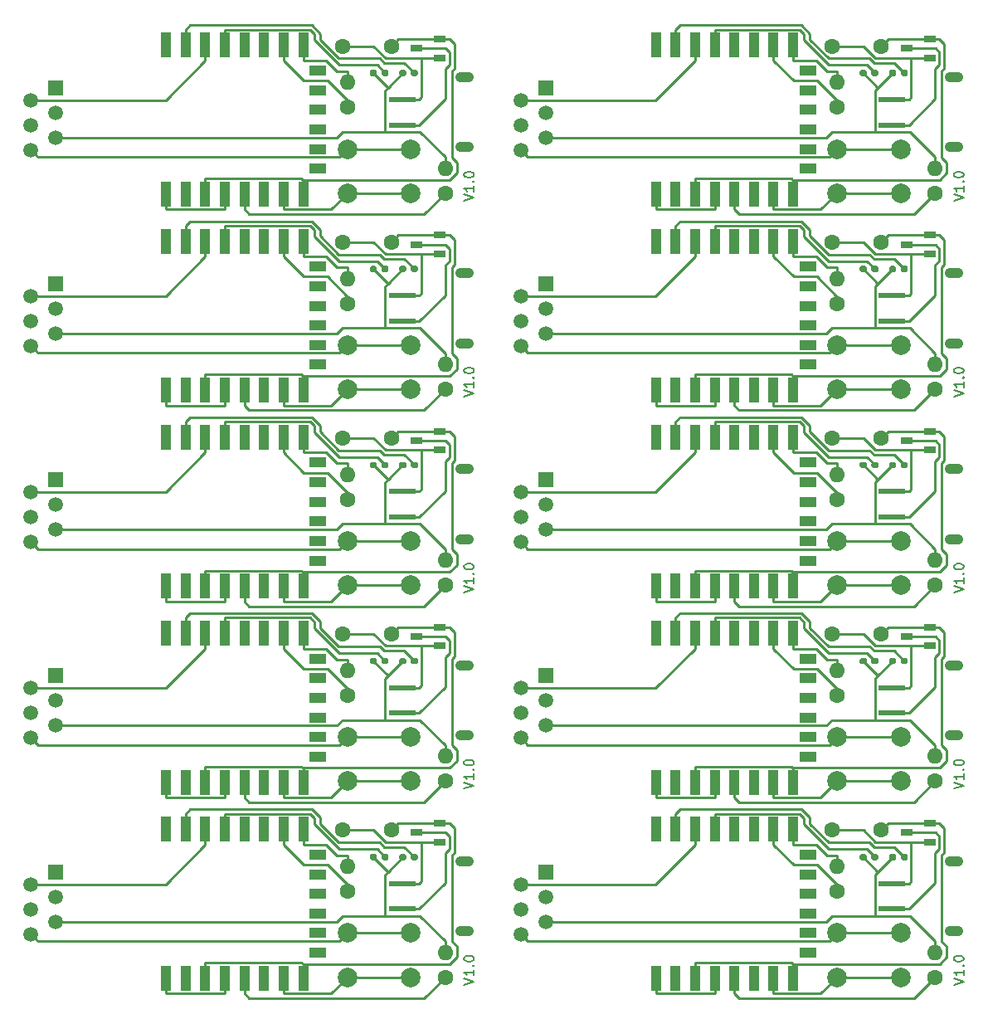
<source format=gbr>
%TF.GenerationSoftware,KiCad,Pcbnew,(5.1.9)-1*%
%TF.CreationDate,2021-04-07T06:54:23+02:00*%
%TF.ProjectId,IM350_AM550_5V_multi,494d3335-305f-4414-9d35-35305f35565f,rev?*%
%TF.SameCoordinates,Original*%
%TF.FileFunction,Copper,L1,Top*%
%TF.FilePolarity,Positive*%
%FSLAX46Y46*%
G04 Gerber Fmt 4.6, Leading zero omitted, Abs format (unit mm)*
G04 Created by KiCad (PCBNEW (5.1.9)-1) date 2021-04-07 06:54:23*
%MOMM*%
%LPD*%
G01*
G04 APERTURE LIST*
%TA.AperFunction,NonConductor*%
%ADD10C,0.150000*%
%TD*%
%TA.AperFunction,ComponentPad*%
%ADD11R,1.520000X1.520000*%
%TD*%
%TA.AperFunction,ComponentPad*%
%ADD12C,1.520000*%
%TD*%
%TA.AperFunction,ComponentPad*%
%ADD13O,1.900000X1.050000*%
%TD*%
%TA.AperFunction,SMDPad,CuDef*%
%ADD14R,2.800000X0.600000*%
%TD*%
%TA.AperFunction,ComponentPad*%
%ADD15C,1.600000*%
%TD*%
%TA.AperFunction,ComponentPad*%
%ADD16O,1.600000X1.600000*%
%TD*%
%TA.AperFunction,ComponentPad*%
%ADD17C,2.000000*%
%TD*%
%TA.AperFunction,SMDPad,CuDef*%
%ADD18R,1.000000X2.500000*%
%TD*%
%TA.AperFunction,SMDPad,CuDef*%
%ADD19R,1.800000X1.000000*%
%TD*%
%TA.AperFunction,SMDPad,CuDef*%
%ADD20R,1.300000X0.800000*%
%TD*%
%TA.AperFunction,Conductor*%
%ADD21C,0.250000*%
%TD*%
G04 APERTURE END LIST*
D10*
X139202380Y-132273809D02*
X140202380Y-131940476D01*
X139202380Y-131607142D01*
X140202380Y-130750000D02*
X140202380Y-131321428D01*
X140202380Y-131035714D02*
X139202380Y-131035714D01*
X139345238Y-131130952D01*
X139440476Y-131226190D01*
X139488095Y-131321428D01*
X140107142Y-130321428D02*
X140154761Y-130273809D01*
X140202380Y-130321428D01*
X140154761Y-130369047D01*
X140107142Y-130321428D01*
X140202380Y-130321428D01*
X139202380Y-129654761D02*
X139202380Y-129559523D01*
X139250000Y-129464285D01*
X139297619Y-129416666D01*
X139392857Y-129369047D01*
X139583333Y-129321428D01*
X139821428Y-129321428D01*
X140011904Y-129369047D01*
X140107142Y-129416666D01*
X140154761Y-129464285D01*
X140202380Y-129559523D01*
X140202380Y-129654761D01*
X140154761Y-129750000D01*
X140107142Y-129797619D01*
X140011904Y-129845238D01*
X139821428Y-129892857D01*
X139583333Y-129892857D01*
X139392857Y-129845238D01*
X139297619Y-129797619D01*
X139250000Y-129750000D01*
X139202380Y-129654761D01*
X139202380Y-112273809D02*
X140202380Y-111940476D01*
X139202380Y-111607142D01*
X140202380Y-110750000D02*
X140202380Y-111321428D01*
X140202380Y-111035714D02*
X139202380Y-111035714D01*
X139345238Y-111130952D01*
X139440476Y-111226190D01*
X139488095Y-111321428D01*
X140107142Y-110321428D02*
X140154761Y-110273809D01*
X140202380Y-110321428D01*
X140154761Y-110369047D01*
X140107142Y-110321428D01*
X140202380Y-110321428D01*
X139202380Y-109654761D02*
X139202380Y-109559523D01*
X139250000Y-109464285D01*
X139297619Y-109416666D01*
X139392857Y-109369047D01*
X139583333Y-109321428D01*
X139821428Y-109321428D01*
X140011904Y-109369047D01*
X140107142Y-109416666D01*
X140154761Y-109464285D01*
X140202380Y-109559523D01*
X140202380Y-109654761D01*
X140154761Y-109750000D01*
X140107142Y-109797619D01*
X140011904Y-109845238D01*
X139821428Y-109892857D01*
X139583333Y-109892857D01*
X139392857Y-109845238D01*
X139297619Y-109797619D01*
X139250000Y-109750000D01*
X139202380Y-109654761D01*
X139202380Y-72273809D02*
X140202380Y-71940476D01*
X139202380Y-71607142D01*
X140202380Y-70750000D02*
X140202380Y-71321428D01*
X140202380Y-71035714D02*
X139202380Y-71035714D01*
X139345238Y-71130952D01*
X139440476Y-71226190D01*
X139488095Y-71321428D01*
X140107142Y-70321428D02*
X140154761Y-70273809D01*
X140202380Y-70321428D01*
X140154761Y-70369047D01*
X140107142Y-70321428D01*
X140202380Y-70321428D01*
X139202380Y-69654761D02*
X139202380Y-69559523D01*
X139250000Y-69464285D01*
X139297619Y-69416666D01*
X139392857Y-69369047D01*
X139583333Y-69321428D01*
X139821428Y-69321428D01*
X140011904Y-69369047D01*
X140107142Y-69416666D01*
X140154761Y-69464285D01*
X140202380Y-69559523D01*
X140202380Y-69654761D01*
X140154761Y-69750000D01*
X140107142Y-69797619D01*
X140011904Y-69845238D01*
X139821428Y-69892857D01*
X139583333Y-69892857D01*
X139392857Y-69845238D01*
X139297619Y-69797619D01*
X139250000Y-69750000D01*
X139202380Y-69654761D01*
X139202380Y-92273809D02*
X140202380Y-91940476D01*
X139202380Y-91607142D01*
X140202380Y-90750000D02*
X140202380Y-91321428D01*
X140202380Y-91035714D02*
X139202380Y-91035714D01*
X139345238Y-91130952D01*
X139440476Y-91226190D01*
X139488095Y-91321428D01*
X140107142Y-90321428D02*
X140154761Y-90273809D01*
X140202380Y-90321428D01*
X140154761Y-90369047D01*
X140107142Y-90321428D01*
X140202380Y-90321428D01*
X139202380Y-89654761D02*
X139202380Y-89559523D01*
X139250000Y-89464285D01*
X139297619Y-89416666D01*
X139392857Y-89369047D01*
X139583333Y-89321428D01*
X139821428Y-89321428D01*
X140011904Y-89369047D01*
X140107142Y-89416666D01*
X140154761Y-89464285D01*
X140202380Y-89559523D01*
X140202380Y-89654761D01*
X140154761Y-89750000D01*
X140107142Y-89797619D01*
X140011904Y-89845238D01*
X139821428Y-89892857D01*
X139583333Y-89892857D01*
X139392857Y-89845238D01*
X139297619Y-89797619D01*
X139250000Y-89750000D01*
X139202380Y-89654761D01*
X139202380Y-52273809D02*
X140202380Y-51940476D01*
X139202380Y-51607142D01*
X140202380Y-50750000D02*
X140202380Y-51321428D01*
X140202380Y-51035714D02*
X139202380Y-51035714D01*
X139345238Y-51130952D01*
X139440476Y-51226190D01*
X139488095Y-51321428D01*
X140107142Y-50321428D02*
X140154761Y-50273809D01*
X140202380Y-50321428D01*
X140154761Y-50369047D01*
X140107142Y-50321428D01*
X140202380Y-50321428D01*
X139202380Y-49654761D02*
X139202380Y-49559523D01*
X139250000Y-49464285D01*
X139297619Y-49416666D01*
X139392857Y-49369047D01*
X139583333Y-49321428D01*
X139821428Y-49321428D01*
X140011904Y-49369047D01*
X140107142Y-49416666D01*
X140154761Y-49464285D01*
X140202380Y-49559523D01*
X140202380Y-49654761D01*
X140154761Y-49750000D01*
X140107142Y-49797619D01*
X140011904Y-49845238D01*
X139821428Y-49892857D01*
X139583333Y-49892857D01*
X139392857Y-49845238D01*
X139297619Y-49797619D01*
X139250000Y-49750000D01*
X139202380Y-49654761D01*
X89202380Y-132273809D02*
X90202380Y-131940476D01*
X89202380Y-131607142D01*
X90202380Y-130750000D02*
X90202380Y-131321428D01*
X90202380Y-131035714D02*
X89202380Y-131035714D01*
X89345238Y-131130952D01*
X89440476Y-131226190D01*
X89488095Y-131321428D01*
X90107142Y-130321428D02*
X90154761Y-130273809D01*
X90202380Y-130321428D01*
X90154761Y-130369047D01*
X90107142Y-130321428D01*
X90202380Y-130321428D01*
X89202380Y-129654761D02*
X89202380Y-129559523D01*
X89250000Y-129464285D01*
X89297619Y-129416666D01*
X89392857Y-129369047D01*
X89583333Y-129321428D01*
X89821428Y-129321428D01*
X90011904Y-129369047D01*
X90107142Y-129416666D01*
X90154761Y-129464285D01*
X90202380Y-129559523D01*
X90202380Y-129654761D01*
X90154761Y-129750000D01*
X90107142Y-129797619D01*
X90011904Y-129845238D01*
X89821428Y-129892857D01*
X89583333Y-129892857D01*
X89392857Y-129845238D01*
X89297619Y-129797619D01*
X89250000Y-129750000D01*
X89202380Y-129654761D01*
X89202380Y-112273809D02*
X90202380Y-111940476D01*
X89202380Y-111607142D01*
X90202380Y-110750000D02*
X90202380Y-111321428D01*
X90202380Y-111035714D02*
X89202380Y-111035714D01*
X89345238Y-111130952D01*
X89440476Y-111226190D01*
X89488095Y-111321428D01*
X90107142Y-110321428D02*
X90154761Y-110273809D01*
X90202380Y-110321428D01*
X90154761Y-110369047D01*
X90107142Y-110321428D01*
X90202380Y-110321428D01*
X89202380Y-109654761D02*
X89202380Y-109559523D01*
X89250000Y-109464285D01*
X89297619Y-109416666D01*
X89392857Y-109369047D01*
X89583333Y-109321428D01*
X89821428Y-109321428D01*
X90011904Y-109369047D01*
X90107142Y-109416666D01*
X90154761Y-109464285D01*
X90202380Y-109559523D01*
X90202380Y-109654761D01*
X90154761Y-109750000D01*
X90107142Y-109797619D01*
X90011904Y-109845238D01*
X89821428Y-109892857D01*
X89583333Y-109892857D01*
X89392857Y-109845238D01*
X89297619Y-109797619D01*
X89250000Y-109750000D01*
X89202380Y-109654761D01*
X89202380Y-92273809D02*
X90202380Y-91940476D01*
X89202380Y-91607142D01*
X90202380Y-90750000D02*
X90202380Y-91321428D01*
X90202380Y-91035714D02*
X89202380Y-91035714D01*
X89345238Y-91130952D01*
X89440476Y-91226190D01*
X89488095Y-91321428D01*
X90107142Y-90321428D02*
X90154761Y-90273809D01*
X90202380Y-90321428D01*
X90154761Y-90369047D01*
X90107142Y-90321428D01*
X90202380Y-90321428D01*
X89202380Y-89654761D02*
X89202380Y-89559523D01*
X89250000Y-89464285D01*
X89297619Y-89416666D01*
X89392857Y-89369047D01*
X89583333Y-89321428D01*
X89821428Y-89321428D01*
X90011904Y-89369047D01*
X90107142Y-89416666D01*
X90154761Y-89464285D01*
X90202380Y-89559523D01*
X90202380Y-89654761D01*
X90154761Y-89750000D01*
X90107142Y-89797619D01*
X90011904Y-89845238D01*
X89821428Y-89892857D01*
X89583333Y-89892857D01*
X89392857Y-89845238D01*
X89297619Y-89797619D01*
X89250000Y-89750000D01*
X89202380Y-89654761D01*
X89202380Y-72273809D02*
X90202380Y-71940476D01*
X89202380Y-71607142D01*
X90202380Y-70750000D02*
X90202380Y-71321428D01*
X90202380Y-71035714D02*
X89202380Y-71035714D01*
X89345238Y-71130952D01*
X89440476Y-71226190D01*
X89488095Y-71321428D01*
X90107142Y-70321428D02*
X90154761Y-70273809D01*
X90202380Y-70321428D01*
X90154761Y-70369047D01*
X90107142Y-70321428D01*
X90202380Y-70321428D01*
X89202380Y-69654761D02*
X89202380Y-69559523D01*
X89250000Y-69464285D01*
X89297619Y-69416666D01*
X89392857Y-69369047D01*
X89583333Y-69321428D01*
X89821428Y-69321428D01*
X90011904Y-69369047D01*
X90107142Y-69416666D01*
X90154761Y-69464285D01*
X90202380Y-69559523D01*
X90202380Y-69654761D01*
X90154761Y-69750000D01*
X90107142Y-69797619D01*
X90011904Y-69845238D01*
X89821428Y-69892857D01*
X89583333Y-69892857D01*
X89392857Y-69845238D01*
X89297619Y-69797619D01*
X89250000Y-69750000D01*
X89202380Y-69654761D01*
X89202380Y-52273809D02*
X90202380Y-51940476D01*
X89202380Y-51607142D01*
X90202380Y-50750000D02*
X90202380Y-51321428D01*
X90202380Y-51035714D02*
X89202380Y-51035714D01*
X89345238Y-51130952D01*
X89440476Y-51226190D01*
X89488095Y-51321428D01*
X90107142Y-50321428D02*
X90154761Y-50273809D01*
X90202380Y-50321428D01*
X90154761Y-50369047D01*
X90107142Y-50321428D01*
X90202380Y-50321428D01*
X89202380Y-49654761D02*
X89202380Y-49559523D01*
X89250000Y-49464285D01*
X89297619Y-49416666D01*
X89392857Y-49369047D01*
X89583333Y-49321428D01*
X89821428Y-49321428D01*
X90011904Y-49369047D01*
X90107142Y-49416666D01*
X90154761Y-49464285D01*
X90202380Y-49559523D01*
X90202380Y-49654761D01*
X90154761Y-49750000D01*
X90107142Y-49797619D01*
X90011904Y-49845238D01*
X89821428Y-49892857D01*
X89583333Y-49892857D01*
X89392857Y-49845238D01*
X89297619Y-49797619D01*
X89250000Y-49750000D01*
X89202380Y-49654761D01*
%TO.P,P3,2*%
%TO.N,/GPIO3*%
%TA.AperFunction,SMDPad,CuDef*%
G36*
G01*
X133790000Y-119410000D02*
X133790000Y-119090000D01*
G75*
G02*
X133950000Y-118930000I160000J0D01*
G01*
X134345000Y-118930000D01*
G75*
G02*
X134505000Y-119090000I0J-160000D01*
G01*
X134505000Y-119410000D01*
G75*
G02*
X134345000Y-119570000I-160000J0D01*
G01*
X133950000Y-119570000D01*
G75*
G02*
X133790000Y-119410000I0J160000D01*
G01*
G37*
%TD.AperFunction*%
%TO.P,P3,1*%
%TO.N,Net-(J7-Pad5)*%
%TA.AperFunction,SMDPad,CuDef*%
G36*
G01*
X132595000Y-119410000D02*
X132595000Y-119090000D01*
G75*
G02*
X132755000Y-118930000I160000J0D01*
G01*
X133150000Y-118930000D01*
G75*
G02*
X133310000Y-119090000I0J-160000D01*
G01*
X133310000Y-119410000D01*
G75*
G02*
X133150000Y-119570000I-160000J0D01*
G01*
X132755000Y-119570000D01*
G75*
G02*
X132595000Y-119410000I0J160000D01*
G01*
G37*
%TD.AperFunction*%
%TD*%
D11*
%TO.P,J7,1*%
%TO.N,Net-(J7-Pad1)*%
X97550000Y-120750000D03*
D12*
%TO.P,J7,2*%
%TO.N,Net-(J7-Pad2)*%
X95010000Y-122020000D03*
%TO.P,J7,3*%
%TO.N,Net-(C2-Pad2)*%
X97550000Y-123290000D03*
%TO.P,J7,4*%
%TO.N,Net-(J7-Pad4)*%
X95010000Y-124560000D03*
%TO.P,J7,5*%
%TO.N,Net-(J7-Pad5)*%
X97550000Y-125830000D03*
%TO.P,J7,6*%
%TO.N,Net-(C2-Pad2)*%
X95010000Y-127100000D03*
%TD*%
%TO.P,P3,1*%
%TO.N,Net-(J7-Pad5)*%
%TA.AperFunction,SMDPad,CuDef*%
G36*
G01*
X132595000Y-99410000D02*
X132595000Y-99090000D01*
G75*
G02*
X132755000Y-98930000I160000J0D01*
G01*
X133150000Y-98930000D01*
G75*
G02*
X133310000Y-99090000I0J-160000D01*
G01*
X133310000Y-99410000D01*
G75*
G02*
X133150000Y-99570000I-160000J0D01*
G01*
X132755000Y-99570000D01*
G75*
G02*
X132595000Y-99410000I0J160000D01*
G01*
G37*
%TD.AperFunction*%
%TO.P,P3,2*%
%TO.N,/GPIO3*%
%TA.AperFunction,SMDPad,CuDef*%
G36*
G01*
X133790000Y-99410000D02*
X133790000Y-99090000D01*
G75*
G02*
X133950000Y-98930000I160000J0D01*
G01*
X134345000Y-98930000D01*
G75*
G02*
X134505000Y-99090000I0J-160000D01*
G01*
X134505000Y-99410000D01*
G75*
G02*
X134345000Y-99570000I-160000J0D01*
G01*
X133950000Y-99570000D01*
G75*
G02*
X133790000Y-99410000I0J160000D01*
G01*
G37*
%TD.AperFunction*%
%TD*%
D13*
%TO.P,J5,*%
%TO.N,*%
X139250000Y-99675000D03*
X139250000Y-106825000D03*
D14*
%TO.P,J5,5*%
%TO.N,Net-(C2-Pad2)*%
X132900000Y-101950000D03*
%TO.P,J5,1*%
%TO.N,Net-(J5-Pad1)*%
X132900000Y-104550000D03*
%TD*%
D15*
%TO.P,C2,1*%
%TO.N,+3V3*%
X131800000Y-96500000D03*
%TO.P,C2,2*%
%TO.N,Net-(C2-Pad2)*%
X126800000Y-96500000D03*
%TD*%
%TO.P,P4,2*%
%TO.N,/GPIO4*%
%TA.AperFunction,SMDPad,CuDef*%
G36*
G01*
X130790000Y-99410000D02*
X130790000Y-99090000D01*
G75*
G02*
X130950000Y-98930000I160000J0D01*
G01*
X131345000Y-98930000D01*
G75*
G02*
X131505000Y-99090000I0J-160000D01*
G01*
X131505000Y-99410000D01*
G75*
G02*
X131345000Y-99570000I-160000J0D01*
G01*
X130950000Y-99570000D01*
G75*
G02*
X130790000Y-99410000I0J160000D01*
G01*
G37*
%TD.AperFunction*%
%TO.P,P4,1*%
%TO.N,Net-(J7-Pad5)*%
%TA.AperFunction,SMDPad,CuDef*%
G36*
G01*
X129595000Y-99410000D02*
X129595000Y-99090000D01*
G75*
G02*
X129755000Y-98930000I160000J0D01*
G01*
X130150000Y-98930000D01*
G75*
G02*
X130310000Y-99090000I0J-160000D01*
G01*
X130310000Y-99410000D01*
G75*
G02*
X130150000Y-99570000I-160000J0D01*
G01*
X129755000Y-99570000D01*
G75*
G02*
X129595000Y-99410000I0J160000D01*
G01*
G37*
%TD.AperFunction*%
%TD*%
D16*
%TO.P,R1,2*%
%TO.N,Net-(C2-Pad2)*%
X127300000Y-100210000D03*
D15*
%TO.P,R1,1*%
%TO.N,Net-(R1-Pad1)*%
X127300000Y-102750000D03*
%TD*%
D17*
%TO.P,SW1,1*%
%TO.N,Net-(SW1-Pad1)*%
X127300000Y-131500000D03*
%TO.P,SW1,2*%
%TO.N,Net-(C2-Pad2)*%
X127300000Y-127000000D03*
%TO.P,SW1,1*%
%TO.N,Net-(SW1-Pad1)*%
X133800000Y-131500000D03*
%TO.P,SW1,2*%
%TO.N,Net-(C2-Pad2)*%
X133800000Y-127000000D03*
%TD*%
D15*
%TO.P,R1,1*%
%TO.N,Net-(R1-Pad1)*%
X127300000Y-122750000D03*
D16*
%TO.P,R1,2*%
%TO.N,Net-(C2-Pad2)*%
X127300000Y-120210000D03*
%TD*%
D15*
%TO.P,C2,2*%
%TO.N,Net-(C2-Pad2)*%
X126800000Y-116500000D03*
%TO.P,C2,1*%
%TO.N,+3V3*%
X131800000Y-116500000D03*
%TD*%
D17*
%TO.P,SW1,2*%
%TO.N,Net-(C2-Pad2)*%
X133800000Y-107000000D03*
%TO.P,SW1,1*%
%TO.N,Net-(SW1-Pad1)*%
X133800000Y-111500000D03*
%TO.P,SW1,2*%
%TO.N,Net-(C2-Pad2)*%
X127300000Y-107000000D03*
%TO.P,SW1,1*%
%TO.N,Net-(SW1-Pad1)*%
X127300000Y-111500000D03*
%TD*%
D18*
%TO.P,U2,1*%
%TO.N,Net-(U2-Pad1)*%
X108800000Y-111600000D03*
%TO.P,U2,2*%
%TO.N,Net-(U2-Pad2)*%
X110800000Y-111600000D03*
%TO.P,U2,3*%
%TO.N,+3V3*%
X112800000Y-111600000D03*
%TO.P,U2,4*%
%TO.N,Net-(U2-Pad1)*%
X114800000Y-111600000D03*
%TO.P,U2,5*%
%TO.N,Net-(J7-Pad1)*%
X116800000Y-111600000D03*
%TO.P,U2,6*%
%TO.N,Net-(U2-Pad6)*%
X118800000Y-111600000D03*
%TO.P,U2,7*%
%TO.N,Net-(SW1-Pad1)*%
X120800000Y-111600000D03*
%TO.P,U2,8*%
%TO.N,+3V3*%
X122800000Y-111600000D03*
D19*
%TO.P,U2,9*%
%TO.N,Net-(U2-Pad9)*%
X124300000Y-109000000D03*
%TO.P,U2,10*%
%TO.N,Net-(U2-Pad10)*%
X124300000Y-107000000D03*
%TO.P,U2,11*%
%TO.N,Net-(U2-Pad11)*%
X124300000Y-105000000D03*
%TO.P,U2,12*%
%TO.N,Net-(U2-Pad12)*%
X124300000Y-103000000D03*
%TO.P,U2,13*%
%TO.N,Net-(U2-Pad13)*%
X124300000Y-101000000D03*
%TO.P,U2,14*%
%TO.N,Net-(U2-Pad14)*%
X124300000Y-99000000D03*
D18*
%TO.P,U2,15*%
%TO.N,Net-(C2-Pad2)*%
X122800000Y-96400000D03*
%TO.P,U2,16*%
%TO.N,Net-(R1-Pad1)*%
X120800000Y-96400000D03*
%TO.P,U2,17*%
%TO.N,Net-(U2-Pad17)*%
X118800000Y-96400000D03*
%TO.P,U2,18*%
%TO.N,Net-(U2-Pad18)*%
X116800000Y-96400000D03*
%TO.P,U2,19*%
%TO.N,/GPIO4*%
X114800000Y-96400000D03*
%TO.P,U2,20*%
%TO.N,Net-(J7-Pad2)*%
X112800000Y-96400000D03*
%TO.P,U2,21*%
%TO.N,/GPIO3*%
X110800000Y-96400000D03*
%TO.P,U2,22*%
%TO.N,Net-(U2-Pad22)*%
X108800000Y-96400000D03*
%TD*%
%TO.P,P4,1*%
%TO.N,Net-(J7-Pad5)*%
%TA.AperFunction,SMDPad,CuDef*%
G36*
G01*
X129595000Y-119410000D02*
X129595000Y-119090000D01*
G75*
G02*
X129755000Y-118930000I160000J0D01*
G01*
X130150000Y-118930000D01*
G75*
G02*
X130310000Y-119090000I0J-160000D01*
G01*
X130310000Y-119410000D01*
G75*
G02*
X130150000Y-119570000I-160000J0D01*
G01*
X129755000Y-119570000D01*
G75*
G02*
X129595000Y-119410000I0J160000D01*
G01*
G37*
%TD.AperFunction*%
%TO.P,P4,2*%
%TO.N,/GPIO4*%
%TA.AperFunction,SMDPad,CuDef*%
G36*
G01*
X130790000Y-119410000D02*
X130790000Y-119090000D01*
G75*
G02*
X130950000Y-118930000I160000J0D01*
G01*
X131345000Y-118930000D01*
G75*
G02*
X131505000Y-119090000I0J-160000D01*
G01*
X131505000Y-119410000D01*
G75*
G02*
X131345000Y-119570000I-160000J0D01*
G01*
X130950000Y-119570000D01*
G75*
G02*
X130790000Y-119410000I0J160000D01*
G01*
G37*
%TD.AperFunction*%
%TD*%
D16*
%TO.P,R5,2*%
%TO.N,Net-(J7-Pad5)*%
X137300000Y-128960000D03*
D15*
%TO.P,R5,1*%
%TO.N,Net-(J7-Pad1)*%
X137300000Y-131500000D03*
%TD*%
D20*
%TO.P,U1,1*%
%TO.N,Net-(C2-Pad2)*%
X136750000Y-97700000D03*
%TO.P,U1,2*%
%TO.N,+3V3*%
X136750000Y-95800000D03*
%TO.P,U1,3*%
%TO.N,Net-(J5-Pad1)*%
X134350000Y-96750000D03*
%TD*%
%TO.P,U1,3*%
%TO.N,Net-(J5-Pad1)*%
X134350000Y-116750000D03*
%TO.P,U1,2*%
%TO.N,+3V3*%
X136750000Y-115800000D03*
%TO.P,U1,1*%
%TO.N,Net-(C2-Pad2)*%
X136750000Y-117700000D03*
%TD*%
D12*
%TO.P,J7,6*%
%TO.N,Net-(C2-Pad2)*%
X95010000Y-107100000D03*
%TO.P,J7,5*%
%TO.N,Net-(J7-Pad5)*%
X97550000Y-105830000D03*
%TO.P,J7,4*%
%TO.N,Net-(J7-Pad4)*%
X95010000Y-104560000D03*
%TO.P,J7,3*%
%TO.N,Net-(C2-Pad2)*%
X97550000Y-103290000D03*
%TO.P,J7,2*%
%TO.N,Net-(J7-Pad2)*%
X95010000Y-102020000D03*
D11*
%TO.P,J7,1*%
%TO.N,Net-(J7-Pad1)*%
X97550000Y-100750000D03*
%TD*%
D14*
%TO.P,J5,1*%
%TO.N,Net-(J5-Pad1)*%
X132900000Y-124550000D03*
%TO.P,J5,5*%
%TO.N,Net-(C2-Pad2)*%
X132900000Y-121950000D03*
D13*
%TO.P,J5,*%
%TO.N,*%
X139250000Y-126825000D03*
X139250000Y-119675000D03*
%TD*%
D18*
%TO.P,U2,22*%
%TO.N,Net-(U2-Pad22)*%
X108800000Y-116400000D03*
%TO.P,U2,21*%
%TO.N,/GPIO3*%
X110800000Y-116400000D03*
%TO.P,U2,20*%
%TO.N,Net-(J7-Pad2)*%
X112800000Y-116400000D03*
%TO.P,U2,19*%
%TO.N,/GPIO4*%
X114800000Y-116400000D03*
%TO.P,U2,18*%
%TO.N,Net-(U2-Pad18)*%
X116800000Y-116400000D03*
%TO.P,U2,17*%
%TO.N,Net-(U2-Pad17)*%
X118800000Y-116400000D03*
%TO.P,U2,16*%
%TO.N,Net-(R1-Pad1)*%
X120800000Y-116400000D03*
%TO.P,U2,15*%
%TO.N,Net-(C2-Pad2)*%
X122800000Y-116400000D03*
D19*
%TO.P,U2,14*%
%TO.N,Net-(U2-Pad14)*%
X124300000Y-119000000D03*
%TO.P,U2,13*%
%TO.N,Net-(U2-Pad13)*%
X124300000Y-121000000D03*
%TO.P,U2,12*%
%TO.N,Net-(U2-Pad12)*%
X124300000Y-123000000D03*
%TO.P,U2,11*%
%TO.N,Net-(U2-Pad11)*%
X124300000Y-125000000D03*
%TO.P,U2,10*%
%TO.N,Net-(U2-Pad10)*%
X124300000Y-127000000D03*
%TO.P,U2,9*%
%TO.N,Net-(U2-Pad9)*%
X124300000Y-129000000D03*
D18*
%TO.P,U2,8*%
%TO.N,+3V3*%
X122800000Y-131600000D03*
%TO.P,U2,7*%
%TO.N,Net-(SW1-Pad1)*%
X120800000Y-131600000D03*
%TO.P,U2,6*%
%TO.N,Net-(U2-Pad6)*%
X118800000Y-131600000D03*
%TO.P,U2,5*%
%TO.N,Net-(J7-Pad1)*%
X116800000Y-131600000D03*
%TO.P,U2,4*%
%TO.N,Net-(U2-Pad1)*%
X114800000Y-131600000D03*
%TO.P,U2,3*%
%TO.N,+3V3*%
X112800000Y-131600000D03*
%TO.P,U2,2*%
%TO.N,Net-(U2-Pad2)*%
X110800000Y-131600000D03*
%TO.P,U2,1*%
%TO.N,Net-(U2-Pad1)*%
X108800000Y-131600000D03*
%TD*%
D15*
%TO.P,R5,1*%
%TO.N,Net-(J7-Pad1)*%
X137300000Y-111500000D03*
D16*
%TO.P,R5,2*%
%TO.N,Net-(J7-Pad5)*%
X137300000Y-108960000D03*
%TD*%
D14*
%TO.P,J5,1*%
%TO.N,Net-(J5-Pad1)*%
X132900000Y-84550000D03*
%TO.P,J5,5*%
%TO.N,Net-(C2-Pad2)*%
X132900000Y-81950000D03*
D13*
%TO.P,J5,*%
%TO.N,*%
X139250000Y-86825000D03*
X139250000Y-79675000D03*
%TD*%
D15*
%TO.P,C2,2*%
%TO.N,Net-(C2-Pad2)*%
X126800000Y-76500000D03*
%TO.P,C2,1*%
%TO.N,+3V3*%
X131800000Y-76500000D03*
%TD*%
%TO.P,P4,1*%
%TO.N,Net-(J7-Pad5)*%
%TA.AperFunction,SMDPad,CuDef*%
G36*
G01*
X129595000Y-79410000D02*
X129595000Y-79090000D01*
G75*
G02*
X129755000Y-78930000I160000J0D01*
G01*
X130150000Y-78930000D01*
G75*
G02*
X130310000Y-79090000I0J-160000D01*
G01*
X130310000Y-79410000D01*
G75*
G02*
X130150000Y-79570000I-160000J0D01*
G01*
X129755000Y-79570000D01*
G75*
G02*
X129595000Y-79410000I0J160000D01*
G01*
G37*
%TD.AperFunction*%
%TO.P,P4,2*%
%TO.N,/GPIO4*%
%TA.AperFunction,SMDPad,CuDef*%
G36*
G01*
X130790000Y-79410000D02*
X130790000Y-79090000D01*
G75*
G02*
X130950000Y-78930000I160000J0D01*
G01*
X131345000Y-78930000D01*
G75*
G02*
X131505000Y-79090000I0J-160000D01*
G01*
X131505000Y-79410000D01*
G75*
G02*
X131345000Y-79570000I-160000J0D01*
G01*
X130950000Y-79570000D01*
G75*
G02*
X130790000Y-79410000I0J160000D01*
G01*
G37*
%TD.AperFunction*%
%TD*%
D18*
%TO.P,U2,22*%
%TO.N,Net-(U2-Pad22)*%
X108800000Y-76400000D03*
%TO.P,U2,21*%
%TO.N,/GPIO3*%
X110800000Y-76400000D03*
%TO.P,U2,20*%
%TO.N,Net-(J7-Pad2)*%
X112800000Y-76400000D03*
%TO.P,U2,19*%
%TO.N,/GPIO4*%
X114800000Y-76400000D03*
%TO.P,U2,18*%
%TO.N,Net-(U2-Pad18)*%
X116800000Y-76400000D03*
%TO.P,U2,17*%
%TO.N,Net-(U2-Pad17)*%
X118800000Y-76400000D03*
%TO.P,U2,16*%
%TO.N,Net-(R1-Pad1)*%
X120800000Y-76400000D03*
%TO.P,U2,15*%
%TO.N,Net-(C2-Pad2)*%
X122800000Y-76400000D03*
D19*
%TO.P,U2,14*%
%TO.N,Net-(U2-Pad14)*%
X124300000Y-79000000D03*
%TO.P,U2,13*%
%TO.N,Net-(U2-Pad13)*%
X124300000Y-81000000D03*
%TO.P,U2,12*%
%TO.N,Net-(U2-Pad12)*%
X124300000Y-83000000D03*
%TO.P,U2,11*%
%TO.N,Net-(U2-Pad11)*%
X124300000Y-85000000D03*
%TO.P,U2,10*%
%TO.N,Net-(U2-Pad10)*%
X124300000Y-87000000D03*
%TO.P,U2,9*%
%TO.N,Net-(U2-Pad9)*%
X124300000Y-89000000D03*
D18*
%TO.P,U2,8*%
%TO.N,+3V3*%
X122800000Y-91600000D03*
%TO.P,U2,7*%
%TO.N,Net-(SW1-Pad1)*%
X120800000Y-91600000D03*
%TO.P,U2,6*%
%TO.N,Net-(U2-Pad6)*%
X118800000Y-91600000D03*
%TO.P,U2,5*%
%TO.N,Net-(J7-Pad1)*%
X116800000Y-91600000D03*
%TO.P,U2,4*%
%TO.N,Net-(U2-Pad1)*%
X114800000Y-91600000D03*
%TO.P,U2,3*%
%TO.N,+3V3*%
X112800000Y-91600000D03*
%TO.P,U2,2*%
%TO.N,Net-(U2-Pad2)*%
X110800000Y-91600000D03*
%TO.P,U2,1*%
%TO.N,Net-(U2-Pad1)*%
X108800000Y-91600000D03*
%TD*%
D11*
%TO.P,J7,1*%
%TO.N,Net-(J7-Pad1)*%
X97550000Y-80750000D03*
D12*
%TO.P,J7,2*%
%TO.N,Net-(J7-Pad2)*%
X95010000Y-82020000D03*
%TO.P,J7,3*%
%TO.N,Net-(C2-Pad2)*%
X97550000Y-83290000D03*
%TO.P,J7,4*%
%TO.N,Net-(J7-Pad4)*%
X95010000Y-84560000D03*
%TO.P,J7,5*%
%TO.N,Net-(J7-Pad5)*%
X97550000Y-85830000D03*
%TO.P,J7,6*%
%TO.N,Net-(C2-Pad2)*%
X95010000Y-87100000D03*
%TD*%
D20*
%TO.P,U1,3*%
%TO.N,Net-(J5-Pad1)*%
X134350000Y-76750000D03*
%TO.P,U1,2*%
%TO.N,+3V3*%
X136750000Y-75800000D03*
%TO.P,U1,1*%
%TO.N,Net-(C2-Pad2)*%
X136750000Y-77700000D03*
%TD*%
%TO.P,P3,2*%
%TO.N,/GPIO3*%
%TA.AperFunction,SMDPad,CuDef*%
G36*
G01*
X133790000Y-79410000D02*
X133790000Y-79090000D01*
G75*
G02*
X133950000Y-78930000I160000J0D01*
G01*
X134345000Y-78930000D01*
G75*
G02*
X134505000Y-79090000I0J-160000D01*
G01*
X134505000Y-79410000D01*
G75*
G02*
X134345000Y-79570000I-160000J0D01*
G01*
X133950000Y-79570000D01*
G75*
G02*
X133790000Y-79410000I0J160000D01*
G01*
G37*
%TD.AperFunction*%
%TO.P,P3,1*%
%TO.N,Net-(J7-Pad5)*%
%TA.AperFunction,SMDPad,CuDef*%
G36*
G01*
X132595000Y-79410000D02*
X132595000Y-79090000D01*
G75*
G02*
X132755000Y-78930000I160000J0D01*
G01*
X133150000Y-78930000D01*
G75*
G02*
X133310000Y-79090000I0J-160000D01*
G01*
X133310000Y-79410000D01*
G75*
G02*
X133150000Y-79570000I-160000J0D01*
G01*
X132755000Y-79570000D01*
G75*
G02*
X132595000Y-79410000I0J160000D01*
G01*
G37*
%TD.AperFunction*%
%TD*%
D15*
%TO.P,R1,1*%
%TO.N,Net-(R1-Pad1)*%
X127300000Y-82750000D03*
D16*
%TO.P,R1,2*%
%TO.N,Net-(C2-Pad2)*%
X127300000Y-80210000D03*
%TD*%
%TO.P,R5,2*%
%TO.N,Net-(J7-Pad5)*%
X137300000Y-88960000D03*
D15*
%TO.P,R5,1*%
%TO.N,Net-(J7-Pad1)*%
X137300000Y-91500000D03*
%TD*%
D17*
%TO.P,SW1,1*%
%TO.N,Net-(SW1-Pad1)*%
X127300000Y-91500000D03*
%TO.P,SW1,2*%
%TO.N,Net-(C2-Pad2)*%
X127300000Y-87000000D03*
%TO.P,SW1,1*%
%TO.N,Net-(SW1-Pad1)*%
X133800000Y-91500000D03*
%TO.P,SW1,2*%
%TO.N,Net-(C2-Pad2)*%
X133800000Y-87000000D03*
%TD*%
D12*
%TO.P,J7,6*%
%TO.N,Net-(C2-Pad2)*%
X95010000Y-67100000D03*
%TO.P,J7,5*%
%TO.N,Net-(J7-Pad5)*%
X97550000Y-65830000D03*
%TO.P,J7,4*%
%TO.N,Net-(J7-Pad4)*%
X95010000Y-64560000D03*
%TO.P,J7,3*%
%TO.N,Net-(C2-Pad2)*%
X97550000Y-63290000D03*
%TO.P,J7,2*%
%TO.N,Net-(J7-Pad2)*%
X95010000Y-62020000D03*
D11*
%TO.P,J7,1*%
%TO.N,Net-(J7-Pad1)*%
X97550000Y-60750000D03*
%TD*%
%TO.P,P4,2*%
%TO.N,/GPIO4*%
%TA.AperFunction,SMDPad,CuDef*%
G36*
G01*
X130790000Y-59410000D02*
X130790000Y-59090000D01*
G75*
G02*
X130950000Y-58930000I160000J0D01*
G01*
X131345000Y-58930000D01*
G75*
G02*
X131505000Y-59090000I0J-160000D01*
G01*
X131505000Y-59410000D01*
G75*
G02*
X131345000Y-59570000I-160000J0D01*
G01*
X130950000Y-59570000D01*
G75*
G02*
X130790000Y-59410000I0J160000D01*
G01*
G37*
%TD.AperFunction*%
%TO.P,P4,1*%
%TO.N,Net-(J7-Pad5)*%
%TA.AperFunction,SMDPad,CuDef*%
G36*
G01*
X129595000Y-59410000D02*
X129595000Y-59090000D01*
G75*
G02*
X129755000Y-58930000I160000J0D01*
G01*
X130150000Y-58930000D01*
G75*
G02*
X130310000Y-59090000I0J-160000D01*
G01*
X130310000Y-59410000D01*
G75*
G02*
X130150000Y-59570000I-160000J0D01*
G01*
X129755000Y-59570000D01*
G75*
G02*
X129595000Y-59410000I0J160000D01*
G01*
G37*
%TD.AperFunction*%
%TD*%
D18*
%TO.P,U2,1*%
%TO.N,Net-(U2-Pad1)*%
X108800000Y-71600000D03*
%TO.P,U2,2*%
%TO.N,Net-(U2-Pad2)*%
X110800000Y-71600000D03*
%TO.P,U2,3*%
%TO.N,+3V3*%
X112800000Y-71600000D03*
%TO.P,U2,4*%
%TO.N,Net-(U2-Pad1)*%
X114800000Y-71600000D03*
%TO.P,U2,5*%
%TO.N,Net-(J7-Pad1)*%
X116800000Y-71600000D03*
%TO.P,U2,6*%
%TO.N,Net-(U2-Pad6)*%
X118800000Y-71600000D03*
%TO.P,U2,7*%
%TO.N,Net-(SW1-Pad1)*%
X120800000Y-71600000D03*
%TO.P,U2,8*%
%TO.N,+3V3*%
X122800000Y-71600000D03*
D19*
%TO.P,U2,9*%
%TO.N,Net-(U2-Pad9)*%
X124300000Y-69000000D03*
%TO.P,U2,10*%
%TO.N,Net-(U2-Pad10)*%
X124300000Y-67000000D03*
%TO.P,U2,11*%
%TO.N,Net-(U2-Pad11)*%
X124300000Y-65000000D03*
%TO.P,U2,12*%
%TO.N,Net-(U2-Pad12)*%
X124300000Y-63000000D03*
%TO.P,U2,13*%
%TO.N,Net-(U2-Pad13)*%
X124300000Y-61000000D03*
%TO.P,U2,14*%
%TO.N,Net-(U2-Pad14)*%
X124300000Y-59000000D03*
D18*
%TO.P,U2,15*%
%TO.N,Net-(C2-Pad2)*%
X122800000Y-56400000D03*
%TO.P,U2,16*%
%TO.N,Net-(R1-Pad1)*%
X120800000Y-56400000D03*
%TO.P,U2,17*%
%TO.N,Net-(U2-Pad17)*%
X118800000Y-56400000D03*
%TO.P,U2,18*%
%TO.N,Net-(U2-Pad18)*%
X116800000Y-56400000D03*
%TO.P,U2,19*%
%TO.N,/GPIO4*%
X114800000Y-56400000D03*
%TO.P,U2,20*%
%TO.N,Net-(J7-Pad2)*%
X112800000Y-56400000D03*
%TO.P,U2,21*%
%TO.N,/GPIO3*%
X110800000Y-56400000D03*
%TO.P,U2,22*%
%TO.N,Net-(U2-Pad22)*%
X108800000Y-56400000D03*
%TD*%
D20*
%TO.P,U1,1*%
%TO.N,Net-(C2-Pad2)*%
X136750000Y-57700000D03*
%TO.P,U1,2*%
%TO.N,+3V3*%
X136750000Y-55800000D03*
%TO.P,U1,3*%
%TO.N,Net-(J5-Pad1)*%
X134350000Y-56750000D03*
%TD*%
%TO.P,P3,1*%
%TO.N,Net-(J7-Pad5)*%
%TA.AperFunction,SMDPad,CuDef*%
G36*
G01*
X132595000Y-59410000D02*
X132595000Y-59090000D01*
G75*
G02*
X132755000Y-58930000I160000J0D01*
G01*
X133150000Y-58930000D01*
G75*
G02*
X133310000Y-59090000I0J-160000D01*
G01*
X133310000Y-59410000D01*
G75*
G02*
X133150000Y-59570000I-160000J0D01*
G01*
X132755000Y-59570000D01*
G75*
G02*
X132595000Y-59410000I0J160000D01*
G01*
G37*
%TD.AperFunction*%
%TO.P,P3,2*%
%TO.N,/GPIO3*%
%TA.AperFunction,SMDPad,CuDef*%
G36*
G01*
X133790000Y-59410000D02*
X133790000Y-59090000D01*
G75*
G02*
X133950000Y-58930000I160000J0D01*
G01*
X134345000Y-58930000D01*
G75*
G02*
X134505000Y-59090000I0J-160000D01*
G01*
X134505000Y-59410000D01*
G75*
G02*
X134345000Y-59570000I-160000J0D01*
G01*
X133950000Y-59570000D01*
G75*
G02*
X133790000Y-59410000I0J160000D01*
G01*
G37*
%TD.AperFunction*%
%TD*%
D15*
%TO.P,C2,1*%
%TO.N,+3V3*%
X131800000Y-56500000D03*
%TO.P,C2,2*%
%TO.N,Net-(C2-Pad2)*%
X126800000Y-56500000D03*
%TD*%
D13*
%TO.P,J5,*%
%TO.N,*%
X139250000Y-59675000D03*
X139250000Y-66825000D03*
D14*
%TO.P,J5,5*%
%TO.N,Net-(C2-Pad2)*%
X132900000Y-61950000D03*
%TO.P,J5,1*%
%TO.N,Net-(J5-Pad1)*%
X132900000Y-64550000D03*
%TD*%
D11*
%TO.P,J7,1*%
%TO.N,Net-(J7-Pad1)*%
X97550000Y-40750000D03*
D12*
%TO.P,J7,2*%
%TO.N,Net-(J7-Pad2)*%
X95010000Y-42020000D03*
%TO.P,J7,3*%
%TO.N,Net-(C2-Pad2)*%
X97550000Y-43290000D03*
%TO.P,J7,4*%
%TO.N,Net-(J7-Pad4)*%
X95010000Y-44560000D03*
%TO.P,J7,5*%
%TO.N,Net-(J7-Pad5)*%
X97550000Y-45830000D03*
%TO.P,J7,6*%
%TO.N,Net-(C2-Pad2)*%
X95010000Y-47100000D03*
%TD*%
D17*
%TO.P,SW1,2*%
%TO.N,Net-(C2-Pad2)*%
X133800000Y-67000000D03*
%TO.P,SW1,1*%
%TO.N,Net-(SW1-Pad1)*%
X133800000Y-71500000D03*
%TO.P,SW1,2*%
%TO.N,Net-(C2-Pad2)*%
X127300000Y-67000000D03*
%TO.P,SW1,1*%
%TO.N,Net-(SW1-Pad1)*%
X127300000Y-71500000D03*
%TD*%
D16*
%TO.P,R1,2*%
%TO.N,Net-(C2-Pad2)*%
X127300000Y-60210000D03*
D15*
%TO.P,R1,1*%
%TO.N,Net-(R1-Pad1)*%
X127300000Y-62750000D03*
%TD*%
%TO.P,R5,1*%
%TO.N,Net-(J7-Pad1)*%
X137300000Y-71500000D03*
D16*
%TO.P,R5,2*%
%TO.N,Net-(J7-Pad5)*%
X137300000Y-68960000D03*
%TD*%
D18*
%TO.P,U2,22*%
%TO.N,Net-(U2-Pad22)*%
X108800000Y-36400000D03*
%TO.P,U2,21*%
%TO.N,/GPIO3*%
X110800000Y-36400000D03*
%TO.P,U2,20*%
%TO.N,Net-(J7-Pad2)*%
X112800000Y-36400000D03*
%TO.P,U2,19*%
%TO.N,/GPIO4*%
X114800000Y-36400000D03*
%TO.P,U2,18*%
%TO.N,Net-(U2-Pad18)*%
X116800000Y-36400000D03*
%TO.P,U2,17*%
%TO.N,Net-(U2-Pad17)*%
X118800000Y-36400000D03*
%TO.P,U2,16*%
%TO.N,Net-(R1-Pad1)*%
X120800000Y-36400000D03*
%TO.P,U2,15*%
%TO.N,Net-(C2-Pad2)*%
X122800000Y-36400000D03*
D19*
%TO.P,U2,14*%
%TO.N,Net-(U2-Pad14)*%
X124300000Y-39000000D03*
%TO.P,U2,13*%
%TO.N,Net-(U2-Pad13)*%
X124300000Y-41000000D03*
%TO.P,U2,12*%
%TO.N,Net-(U2-Pad12)*%
X124300000Y-43000000D03*
%TO.P,U2,11*%
%TO.N,Net-(U2-Pad11)*%
X124300000Y-45000000D03*
%TO.P,U2,10*%
%TO.N,Net-(U2-Pad10)*%
X124300000Y-47000000D03*
%TO.P,U2,9*%
%TO.N,Net-(U2-Pad9)*%
X124300000Y-49000000D03*
D18*
%TO.P,U2,8*%
%TO.N,+3V3*%
X122800000Y-51600000D03*
%TO.P,U2,7*%
%TO.N,Net-(SW1-Pad1)*%
X120800000Y-51600000D03*
%TO.P,U2,6*%
%TO.N,Net-(U2-Pad6)*%
X118800000Y-51600000D03*
%TO.P,U2,5*%
%TO.N,Net-(J7-Pad1)*%
X116800000Y-51600000D03*
%TO.P,U2,4*%
%TO.N,Net-(U2-Pad1)*%
X114800000Y-51600000D03*
%TO.P,U2,3*%
%TO.N,+3V3*%
X112800000Y-51600000D03*
%TO.P,U2,2*%
%TO.N,Net-(U2-Pad2)*%
X110800000Y-51600000D03*
%TO.P,U2,1*%
%TO.N,Net-(U2-Pad1)*%
X108800000Y-51600000D03*
%TD*%
D20*
%TO.P,U1,3*%
%TO.N,Net-(J5-Pad1)*%
X134350000Y-36750000D03*
%TO.P,U1,2*%
%TO.N,+3V3*%
X136750000Y-35800000D03*
%TO.P,U1,1*%
%TO.N,Net-(C2-Pad2)*%
X136750000Y-37700000D03*
%TD*%
%TO.P,P3,2*%
%TO.N,/GPIO3*%
%TA.AperFunction,SMDPad,CuDef*%
G36*
G01*
X133790000Y-39410000D02*
X133790000Y-39090000D01*
G75*
G02*
X133950000Y-38930000I160000J0D01*
G01*
X134345000Y-38930000D01*
G75*
G02*
X134505000Y-39090000I0J-160000D01*
G01*
X134505000Y-39410000D01*
G75*
G02*
X134345000Y-39570000I-160000J0D01*
G01*
X133950000Y-39570000D01*
G75*
G02*
X133790000Y-39410000I0J160000D01*
G01*
G37*
%TD.AperFunction*%
%TO.P,P3,1*%
%TO.N,Net-(J7-Pad5)*%
%TA.AperFunction,SMDPad,CuDef*%
G36*
G01*
X132595000Y-39410000D02*
X132595000Y-39090000D01*
G75*
G02*
X132755000Y-38930000I160000J0D01*
G01*
X133150000Y-38930000D01*
G75*
G02*
X133310000Y-39090000I0J-160000D01*
G01*
X133310000Y-39410000D01*
G75*
G02*
X133150000Y-39570000I-160000J0D01*
G01*
X132755000Y-39570000D01*
G75*
G02*
X132595000Y-39410000I0J160000D01*
G01*
G37*
%TD.AperFunction*%
%TD*%
D15*
%TO.P,R1,1*%
%TO.N,Net-(R1-Pad1)*%
X127300000Y-42750000D03*
D16*
%TO.P,R1,2*%
%TO.N,Net-(C2-Pad2)*%
X127300000Y-40210000D03*
%TD*%
D15*
%TO.P,C2,2*%
%TO.N,Net-(C2-Pad2)*%
X126800000Y-36500000D03*
%TO.P,C2,1*%
%TO.N,+3V3*%
X131800000Y-36500000D03*
%TD*%
%TO.P,P4,1*%
%TO.N,Net-(J7-Pad5)*%
%TA.AperFunction,SMDPad,CuDef*%
G36*
G01*
X129595000Y-39410000D02*
X129595000Y-39090000D01*
G75*
G02*
X129755000Y-38930000I160000J0D01*
G01*
X130150000Y-38930000D01*
G75*
G02*
X130310000Y-39090000I0J-160000D01*
G01*
X130310000Y-39410000D01*
G75*
G02*
X130150000Y-39570000I-160000J0D01*
G01*
X129755000Y-39570000D01*
G75*
G02*
X129595000Y-39410000I0J160000D01*
G01*
G37*
%TD.AperFunction*%
%TO.P,P4,2*%
%TO.N,/GPIO4*%
%TA.AperFunction,SMDPad,CuDef*%
G36*
G01*
X130790000Y-39410000D02*
X130790000Y-39090000D01*
G75*
G02*
X130950000Y-38930000I160000J0D01*
G01*
X131345000Y-38930000D01*
G75*
G02*
X131505000Y-39090000I0J-160000D01*
G01*
X131505000Y-39410000D01*
G75*
G02*
X131345000Y-39570000I-160000J0D01*
G01*
X130950000Y-39570000D01*
G75*
G02*
X130790000Y-39410000I0J160000D01*
G01*
G37*
%TD.AperFunction*%
%TD*%
D17*
%TO.P,SW1,1*%
%TO.N,Net-(SW1-Pad1)*%
X127300000Y-51500000D03*
%TO.P,SW1,2*%
%TO.N,Net-(C2-Pad2)*%
X127300000Y-47000000D03*
%TO.P,SW1,1*%
%TO.N,Net-(SW1-Pad1)*%
X133800000Y-51500000D03*
%TO.P,SW1,2*%
%TO.N,Net-(C2-Pad2)*%
X133800000Y-47000000D03*
%TD*%
D16*
%TO.P,R5,2*%
%TO.N,Net-(J7-Pad5)*%
X137300000Y-48960000D03*
D15*
%TO.P,R5,1*%
%TO.N,Net-(J7-Pad1)*%
X137300000Y-51500000D03*
%TD*%
D14*
%TO.P,J5,1*%
%TO.N,Net-(J5-Pad1)*%
X132900000Y-44550000D03*
%TO.P,J5,5*%
%TO.N,Net-(C2-Pad2)*%
X132900000Y-41950000D03*
D13*
%TO.P,J5,*%
%TO.N,*%
X139250000Y-46825000D03*
X139250000Y-39675000D03*
%TD*%
%TO.P,P3,1*%
%TO.N,Net-(J7-Pad5)*%
%TA.AperFunction,SMDPad,CuDef*%
G36*
G01*
X82595000Y-119410000D02*
X82595000Y-119090000D01*
G75*
G02*
X82755000Y-118930000I160000J0D01*
G01*
X83150000Y-118930000D01*
G75*
G02*
X83310000Y-119090000I0J-160000D01*
G01*
X83310000Y-119410000D01*
G75*
G02*
X83150000Y-119570000I-160000J0D01*
G01*
X82755000Y-119570000D01*
G75*
G02*
X82595000Y-119410000I0J160000D01*
G01*
G37*
%TD.AperFunction*%
%TO.P,P3,2*%
%TO.N,/GPIO3*%
%TA.AperFunction,SMDPad,CuDef*%
G36*
G01*
X83790000Y-119410000D02*
X83790000Y-119090000D01*
G75*
G02*
X83950000Y-118930000I160000J0D01*
G01*
X84345000Y-118930000D01*
G75*
G02*
X84505000Y-119090000I0J-160000D01*
G01*
X84505000Y-119410000D01*
G75*
G02*
X84345000Y-119570000I-160000J0D01*
G01*
X83950000Y-119570000D01*
G75*
G02*
X83790000Y-119410000I0J160000D01*
G01*
G37*
%TD.AperFunction*%
%TD*%
%TO.P,J5,*%
%TO.N,*%
X89250000Y-119675000D03*
X89250000Y-126825000D03*
D14*
%TO.P,J5,5*%
%TO.N,Net-(C2-Pad2)*%
X82900000Y-121950000D03*
%TO.P,J5,1*%
%TO.N,Net-(J5-Pad1)*%
X82900000Y-124550000D03*
%TD*%
D15*
%TO.P,C2,1*%
%TO.N,+3V3*%
X81800000Y-116500000D03*
%TO.P,C2,2*%
%TO.N,Net-(C2-Pad2)*%
X76800000Y-116500000D03*
%TD*%
%TO.P,P4,2*%
%TO.N,/GPIO4*%
%TA.AperFunction,SMDPad,CuDef*%
G36*
G01*
X80790000Y-119410000D02*
X80790000Y-119090000D01*
G75*
G02*
X80950000Y-118930000I160000J0D01*
G01*
X81345000Y-118930000D01*
G75*
G02*
X81505000Y-119090000I0J-160000D01*
G01*
X81505000Y-119410000D01*
G75*
G02*
X81345000Y-119570000I-160000J0D01*
G01*
X80950000Y-119570000D01*
G75*
G02*
X80790000Y-119410000I0J160000D01*
G01*
G37*
%TD.AperFunction*%
%TO.P,P4,1*%
%TO.N,Net-(J7-Pad5)*%
%TA.AperFunction,SMDPad,CuDef*%
G36*
G01*
X79595000Y-119410000D02*
X79595000Y-119090000D01*
G75*
G02*
X79755000Y-118930000I160000J0D01*
G01*
X80150000Y-118930000D01*
G75*
G02*
X80310000Y-119090000I0J-160000D01*
G01*
X80310000Y-119410000D01*
G75*
G02*
X80150000Y-119570000I-160000J0D01*
G01*
X79755000Y-119570000D01*
G75*
G02*
X79595000Y-119410000I0J160000D01*
G01*
G37*
%TD.AperFunction*%
%TD*%
D16*
%TO.P,R1,2*%
%TO.N,Net-(C2-Pad2)*%
X77300000Y-120210000D03*
D15*
%TO.P,R1,1*%
%TO.N,Net-(R1-Pad1)*%
X77300000Y-122750000D03*
%TD*%
D17*
%TO.P,SW1,2*%
%TO.N,Net-(C2-Pad2)*%
X83800000Y-127000000D03*
%TO.P,SW1,1*%
%TO.N,Net-(SW1-Pad1)*%
X83800000Y-131500000D03*
%TO.P,SW1,2*%
%TO.N,Net-(C2-Pad2)*%
X77300000Y-127000000D03*
%TO.P,SW1,1*%
%TO.N,Net-(SW1-Pad1)*%
X77300000Y-131500000D03*
%TD*%
D18*
%TO.P,U2,1*%
%TO.N,Net-(U2-Pad1)*%
X58800000Y-131600000D03*
%TO.P,U2,2*%
%TO.N,Net-(U2-Pad2)*%
X60800000Y-131600000D03*
%TO.P,U2,3*%
%TO.N,+3V3*%
X62800000Y-131600000D03*
%TO.P,U2,4*%
%TO.N,Net-(U2-Pad1)*%
X64800000Y-131600000D03*
%TO.P,U2,5*%
%TO.N,Net-(J7-Pad1)*%
X66800000Y-131600000D03*
%TO.P,U2,6*%
%TO.N,Net-(U2-Pad6)*%
X68800000Y-131600000D03*
%TO.P,U2,7*%
%TO.N,Net-(SW1-Pad1)*%
X70800000Y-131600000D03*
%TO.P,U2,8*%
%TO.N,+3V3*%
X72800000Y-131600000D03*
D19*
%TO.P,U2,9*%
%TO.N,Net-(U2-Pad9)*%
X74300000Y-129000000D03*
%TO.P,U2,10*%
%TO.N,Net-(U2-Pad10)*%
X74300000Y-127000000D03*
%TO.P,U2,11*%
%TO.N,Net-(U2-Pad11)*%
X74300000Y-125000000D03*
%TO.P,U2,12*%
%TO.N,Net-(U2-Pad12)*%
X74300000Y-123000000D03*
%TO.P,U2,13*%
%TO.N,Net-(U2-Pad13)*%
X74300000Y-121000000D03*
%TO.P,U2,14*%
%TO.N,Net-(U2-Pad14)*%
X74300000Y-119000000D03*
D18*
%TO.P,U2,15*%
%TO.N,Net-(C2-Pad2)*%
X72800000Y-116400000D03*
%TO.P,U2,16*%
%TO.N,Net-(R1-Pad1)*%
X70800000Y-116400000D03*
%TO.P,U2,17*%
%TO.N,Net-(U2-Pad17)*%
X68800000Y-116400000D03*
%TO.P,U2,18*%
%TO.N,Net-(U2-Pad18)*%
X66800000Y-116400000D03*
%TO.P,U2,19*%
%TO.N,/GPIO4*%
X64800000Y-116400000D03*
%TO.P,U2,20*%
%TO.N,Net-(J7-Pad2)*%
X62800000Y-116400000D03*
%TO.P,U2,21*%
%TO.N,/GPIO3*%
X60800000Y-116400000D03*
%TO.P,U2,22*%
%TO.N,Net-(U2-Pad22)*%
X58800000Y-116400000D03*
%TD*%
D20*
%TO.P,U1,1*%
%TO.N,Net-(C2-Pad2)*%
X86750000Y-117700000D03*
%TO.P,U1,2*%
%TO.N,+3V3*%
X86750000Y-115800000D03*
%TO.P,U1,3*%
%TO.N,Net-(J5-Pad1)*%
X84350000Y-116750000D03*
%TD*%
D12*
%TO.P,J7,6*%
%TO.N,Net-(C2-Pad2)*%
X45010000Y-127100000D03*
%TO.P,J7,5*%
%TO.N,Net-(J7-Pad5)*%
X47550000Y-125830000D03*
%TO.P,J7,4*%
%TO.N,Net-(J7-Pad4)*%
X45010000Y-124560000D03*
%TO.P,J7,3*%
%TO.N,Net-(C2-Pad2)*%
X47550000Y-123290000D03*
%TO.P,J7,2*%
%TO.N,Net-(J7-Pad2)*%
X45010000Y-122020000D03*
D11*
%TO.P,J7,1*%
%TO.N,Net-(J7-Pad1)*%
X47550000Y-120750000D03*
%TD*%
D15*
%TO.P,R5,1*%
%TO.N,Net-(J7-Pad1)*%
X87300000Y-131500000D03*
D16*
%TO.P,R5,2*%
%TO.N,Net-(J7-Pad5)*%
X87300000Y-128960000D03*
%TD*%
D14*
%TO.P,J5,1*%
%TO.N,Net-(J5-Pad1)*%
X82900000Y-104550000D03*
%TO.P,J5,5*%
%TO.N,Net-(C2-Pad2)*%
X82900000Y-101950000D03*
D13*
%TO.P,J5,*%
%TO.N,*%
X89250000Y-106825000D03*
X89250000Y-99675000D03*
%TD*%
D15*
%TO.P,C2,2*%
%TO.N,Net-(C2-Pad2)*%
X76800000Y-96500000D03*
%TO.P,C2,1*%
%TO.N,+3V3*%
X81800000Y-96500000D03*
%TD*%
%TO.P,P4,1*%
%TO.N,Net-(J7-Pad5)*%
%TA.AperFunction,SMDPad,CuDef*%
G36*
G01*
X79595000Y-99410000D02*
X79595000Y-99090000D01*
G75*
G02*
X79755000Y-98930000I160000J0D01*
G01*
X80150000Y-98930000D01*
G75*
G02*
X80310000Y-99090000I0J-160000D01*
G01*
X80310000Y-99410000D01*
G75*
G02*
X80150000Y-99570000I-160000J0D01*
G01*
X79755000Y-99570000D01*
G75*
G02*
X79595000Y-99410000I0J160000D01*
G01*
G37*
%TD.AperFunction*%
%TO.P,P4,2*%
%TO.N,/GPIO4*%
%TA.AperFunction,SMDPad,CuDef*%
G36*
G01*
X80790000Y-99410000D02*
X80790000Y-99090000D01*
G75*
G02*
X80950000Y-98930000I160000J0D01*
G01*
X81345000Y-98930000D01*
G75*
G02*
X81505000Y-99090000I0J-160000D01*
G01*
X81505000Y-99410000D01*
G75*
G02*
X81345000Y-99570000I-160000J0D01*
G01*
X80950000Y-99570000D01*
G75*
G02*
X80790000Y-99410000I0J160000D01*
G01*
G37*
%TD.AperFunction*%
%TD*%
D18*
%TO.P,U2,22*%
%TO.N,Net-(U2-Pad22)*%
X58800000Y-96400000D03*
%TO.P,U2,21*%
%TO.N,/GPIO3*%
X60800000Y-96400000D03*
%TO.P,U2,20*%
%TO.N,Net-(J7-Pad2)*%
X62800000Y-96400000D03*
%TO.P,U2,19*%
%TO.N,/GPIO4*%
X64800000Y-96400000D03*
%TO.P,U2,18*%
%TO.N,Net-(U2-Pad18)*%
X66800000Y-96400000D03*
%TO.P,U2,17*%
%TO.N,Net-(U2-Pad17)*%
X68800000Y-96400000D03*
%TO.P,U2,16*%
%TO.N,Net-(R1-Pad1)*%
X70800000Y-96400000D03*
%TO.P,U2,15*%
%TO.N,Net-(C2-Pad2)*%
X72800000Y-96400000D03*
D19*
%TO.P,U2,14*%
%TO.N,Net-(U2-Pad14)*%
X74300000Y-99000000D03*
%TO.P,U2,13*%
%TO.N,Net-(U2-Pad13)*%
X74300000Y-101000000D03*
%TO.P,U2,12*%
%TO.N,Net-(U2-Pad12)*%
X74300000Y-103000000D03*
%TO.P,U2,11*%
%TO.N,Net-(U2-Pad11)*%
X74300000Y-105000000D03*
%TO.P,U2,10*%
%TO.N,Net-(U2-Pad10)*%
X74300000Y-107000000D03*
%TO.P,U2,9*%
%TO.N,Net-(U2-Pad9)*%
X74300000Y-109000000D03*
D18*
%TO.P,U2,8*%
%TO.N,+3V3*%
X72800000Y-111600000D03*
%TO.P,U2,7*%
%TO.N,Net-(SW1-Pad1)*%
X70800000Y-111600000D03*
%TO.P,U2,6*%
%TO.N,Net-(U2-Pad6)*%
X68800000Y-111600000D03*
%TO.P,U2,5*%
%TO.N,Net-(J7-Pad1)*%
X66800000Y-111600000D03*
%TO.P,U2,4*%
%TO.N,Net-(U2-Pad1)*%
X64800000Y-111600000D03*
%TO.P,U2,3*%
%TO.N,+3V3*%
X62800000Y-111600000D03*
%TO.P,U2,2*%
%TO.N,Net-(U2-Pad2)*%
X60800000Y-111600000D03*
%TO.P,U2,1*%
%TO.N,Net-(U2-Pad1)*%
X58800000Y-111600000D03*
%TD*%
D11*
%TO.P,J7,1*%
%TO.N,Net-(J7-Pad1)*%
X47550000Y-100750000D03*
D12*
%TO.P,J7,2*%
%TO.N,Net-(J7-Pad2)*%
X45010000Y-102020000D03*
%TO.P,J7,3*%
%TO.N,Net-(C2-Pad2)*%
X47550000Y-103290000D03*
%TO.P,J7,4*%
%TO.N,Net-(J7-Pad4)*%
X45010000Y-104560000D03*
%TO.P,J7,5*%
%TO.N,Net-(J7-Pad5)*%
X47550000Y-105830000D03*
%TO.P,J7,6*%
%TO.N,Net-(C2-Pad2)*%
X45010000Y-107100000D03*
%TD*%
D20*
%TO.P,U1,3*%
%TO.N,Net-(J5-Pad1)*%
X84350000Y-96750000D03*
%TO.P,U1,2*%
%TO.N,+3V3*%
X86750000Y-95800000D03*
%TO.P,U1,1*%
%TO.N,Net-(C2-Pad2)*%
X86750000Y-97700000D03*
%TD*%
%TO.P,P3,2*%
%TO.N,/GPIO3*%
%TA.AperFunction,SMDPad,CuDef*%
G36*
G01*
X83790000Y-99410000D02*
X83790000Y-99090000D01*
G75*
G02*
X83950000Y-98930000I160000J0D01*
G01*
X84345000Y-98930000D01*
G75*
G02*
X84505000Y-99090000I0J-160000D01*
G01*
X84505000Y-99410000D01*
G75*
G02*
X84345000Y-99570000I-160000J0D01*
G01*
X83950000Y-99570000D01*
G75*
G02*
X83790000Y-99410000I0J160000D01*
G01*
G37*
%TD.AperFunction*%
%TO.P,P3,1*%
%TO.N,Net-(J7-Pad5)*%
%TA.AperFunction,SMDPad,CuDef*%
G36*
G01*
X82595000Y-99410000D02*
X82595000Y-99090000D01*
G75*
G02*
X82755000Y-98930000I160000J0D01*
G01*
X83150000Y-98930000D01*
G75*
G02*
X83310000Y-99090000I0J-160000D01*
G01*
X83310000Y-99410000D01*
G75*
G02*
X83150000Y-99570000I-160000J0D01*
G01*
X82755000Y-99570000D01*
G75*
G02*
X82595000Y-99410000I0J160000D01*
G01*
G37*
%TD.AperFunction*%
%TD*%
D15*
%TO.P,R1,1*%
%TO.N,Net-(R1-Pad1)*%
X77300000Y-102750000D03*
D16*
%TO.P,R1,2*%
%TO.N,Net-(C2-Pad2)*%
X77300000Y-100210000D03*
%TD*%
%TO.P,R5,2*%
%TO.N,Net-(J7-Pad5)*%
X87300000Y-108960000D03*
D15*
%TO.P,R5,1*%
%TO.N,Net-(J7-Pad1)*%
X87300000Y-111500000D03*
%TD*%
D17*
%TO.P,SW1,1*%
%TO.N,Net-(SW1-Pad1)*%
X77300000Y-111500000D03*
%TO.P,SW1,2*%
%TO.N,Net-(C2-Pad2)*%
X77300000Y-107000000D03*
%TO.P,SW1,1*%
%TO.N,Net-(SW1-Pad1)*%
X83800000Y-111500000D03*
%TO.P,SW1,2*%
%TO.N,Net-(C2-Pad2)*%
X83800000Y-107000000D03*
%TD*%
D12*
%TO.P,J7,6*%
%TO.N,Net-(C2-Pad2)*%
X45010000Y-87100000D03*
%TO.P,J7,5*%
%TO.N,Net-(J7-Pad5)*%
X47550000Y-85830000D03*
%TO.P,J7,4*%
%TO.N,Net-(J7-Pad4)*%
X45010000Y-84560000D03*
%TO.P,J7,3*%
%TO.N,Net-(C2-Pad2)*%
X47550000Y-83290000D03*
%TO.P,J7,2*%
%TO.N,Net-(J7-Pad2)*%
X45010000Y-82020000D03*
D11*
%TO.P,J7,1*%
%TO.N,Net-(J7-Pad1)*%
X47550000Y-80750000D03*
%TD*%
%TO.P,P4,2*%
%TO.N,/GPIO4*%
%TA.AperFunction,SMDPad,CuDef*%
G36*
G01*
X80790000Y-79410000D02*
X80790000Y-79090000D01*
G75*
G02*
X80950000Y-78930000I160000J0D01*
G01*
X81345000Y-78930000D01*
G75*
G02*
X81505000Y-79090000I0J-160000D01*
G01*
X81505000Y-79410000D01*
G75*
G02*
X81345000Y-79570000I-160000J0D01*
G01*
X80950000Y-79570000D01*
G75*
G02*
X80790000Y-79410000I0J160000D01*
G01*
G37*
%TD.AperFunction*%
%TO.P,P4,1*%
%TO.N,Net-(J7-Pad5)*%
%TA.AperFunction,SMDPad,CuDef*%
G36*
G01*
X79595000Y-79410000D02*
X79595000Y-79090000D01*
G75*
G02*
X79755000Y-78930000I160000J0D01*
G01*
X80150000Y-78930000D01*
G75*
G02*
X80310000Y-79090000I0J-160000D01*
G01*
X80310000Y-79410000D01*
G75*
G02*
X80150000Y-79570000I-160000J0D01*
G01*
X79755000Y-79570000D01*
G75*
G02*
X79595000Y-79410000I0J160000D01*
G01*
G37*
%TD.AperFunction*%
%TD*%
D18*
%TO.P,U2,1*%
%TO.N,Net-(U2-Pad1)*%
X58800000Y-91600000D03*
%TO.P,U2,2*%
%TO.N,Net-(U2-Pad2)*%
X60800000Y-91600000D03*
%TO.P,U2,3*%
%TO.N,+3V3*%
X62800000Y-91600000D03*
%TO.P,U2,4*%
%TO.N,Net-(U2-Pad1)*%
X64800000Y-91600000D03*
%TO.P,U2,5*%
%TO.N,Net-(J7-Pad1)*%
X66800000Y-91600000D03*
%TO.P,U2,6*%
%TO.N,Net-(U2-Pad6)*%
X68800000Y-91600000D03*
%TO.P,U2,7*%
%TO.N,Net-(SW1-Pad1)*%
X70800000Y-91600000D03*
%TO.P,U2,8*%
%TO.N,+3V3*%
X72800000Y-91600000D03*
D19*
%TO.P,U2,9*%
%TO.N,Net-(U2-Pad9)*%
X74300000Y-89000000D03*
%TO.P,U2,10*%
%TO.N,Net-(U2-Pad10)*%
X74300000Y-87000000D03*
%TO.P,U2,11*%
%TO.N,Net-(U2-Pad11)*%
X74300000Y-85000000D03*
%TO.P,U2,12*%
%TO.N,Net-(U2-Pad12)*%
X74300000Y-83000000D03*
%TO.P,U2,13*%
%TO.N,Net-(U2-Pad13)*%
X74300000Y-81000000D03*
%TO.P,U2,14*%
%TO.N,Net-(U2-Pad14)*%
X74300000Y-79000000D03*
D18*
%TO.P,U2,15*%
%TO.N,Net-(C2-Pad2)*%
X72800000Y-76400000D03*
%TO.P,U2,16*%
%TO.N,Net-(R1-Pad1)*%
X70800000Y-76400000D03*
%TO.P,U2,17*%
%TO.N,Net-(U2-Pad17)*%
X68800000Y-76400000D03*
%TO.P,U2,18*%
%TO.N,Net-(U2-Pad18)*%
X66800000Y-76400000D03*
%TO.P,U2,19*%
%TO.N,/GPIO4*%
X64800000Y-76400000D03*
%TO.P,U2,20*%
%TO.N,Net-(J7-Pad2)*%
X62800000Y-76400000D03*
%TO.P,U2,21*%
%TO.N,/GPIO3*%
X60800000Y-76400000D03*
%TO.P,U2,22*%
%TO.N,Net-(U2-Pad22)*%
X58800000Y-76400000D03*
%TD*%
D20*
%TO.P,U1,1*%
%TO.N,Net-(C2-Pad2)*%
X86750000Y-77700000D03*
%TO.P,U1,2*%
%TO.N,+3V3*%
X86750000Y-75800000D03*
%TO.P,U1,3*%
%TO.N,Net-(J5-Pad1)*%
X84350000Y-76750000D03*
%TD*%
%TO.P,P3,1*%
%TO.N,Net-(J7-Pad5)*%
%TA.AperFunction,SMDPad,CuDef*%
G36*
G01*
X82595000Y-79410000D02*
X82595000Y-79090000D01*
G75*
G02*
X82755000Y-78930000I160000J0D01*
G01*
X83150000Y-78930000D01*
G75*
G02*
X83310000Y-79090000I0J-160000D01*
G01*
X83310000Y-79410000D01*
G75*
G02*
X83150000Y-79570000I-160000J0D01*
G01*
X82755000Y-79570000D01*
G75*
G02*
X82595000Y-79410000I0J160000D01*
G01*
G37*
%TD.AperFunction*%
%TO.P,P3,2*%
%TO.N,/GPIO3*%
%TA.AperFunction,SMDPad,CuDef*%
G36*
G01*
X83790000Y-79410000D02*
X83790000Y-79090000D01*
G75*
G02*
X83950000Y-78930000I160000J0D01*
G01*
X84345000Y-78930000D01*
G75*
G02*
X84505000Y-79090000I0J-160000D01*
G01*
X84505000Y-79410000D01*
G75*
G02*
X84345000Y-79570000I-160000J0D01*
G01*
X83950000Y-79570000D01*
G75*
G02*
X83790000Y-79410000I0J160000D01*
G01*
G37*
%TD.AperFunction*%
%TD*%
D15*
%TO.P,C2,1*%
%TO.N,+3V3*%
X81800000Y-76500000D03*
%TO.P,C2,2*%
%TO.N,Net-(C2-Pad2)*%
X76800000Y-76500000D03*
%TD*%
D13*
%TO.P,J5,*%
%TO.N,*%
X89250000Y-79675000D03*
X89250000Y-86825000D03*
D14*
%TO.P,J5,5*%
%TO.N,Net-(C2-Pad2)*%
X82900000Y-81950000D03*
%TO.P,J5,1*%
%TO.N,Net-(J5-Pad1)*%
X82900000Y-84550000D03*
%TD*%
D17*
%TO.P,SW1,2*%
%TO.N,Net-(C2-Pad2)*%
X83800000Y-87000000D03*
%TO.P,SW1,1*%
%TO.N,Net-(SW1-Pad1)*%
X83800000Y-91500000D03*
%TO.P,SW1,2*%
%TO.N,Net-(C2-Pad2)*%
X77300000Y-87000000D03*
%TO.P,SW1,1*%
%TO.N,Net-(SW1-Pad1)*%
X77300000Y-91500000D03*
%TD*%
D16*
%TO.P,R1,2*%
%TO.N,Net-(C2-Pad2)*%
X77300000Y-80210000D03*
D15*
%TO.P,R1,1*%
%TO.N,Net-(R1-Pad1)*%
X77300000Y-82750000D03*
%TD*%
%TO.P,R5,1*%
%TO.N,Net-(J7-Pad1)*%
X87300000Y-91500000D03*
D16*
%TO.P,R5,2*%
%TO.N,Net-(J7-Pad5)*%
X87300000Y-88960000D03*
%TD*%
D11*
%TO.P,J7,1*%
%TO.N,Net-(J7-Pad1)*%
X47550000Y-60750000D03*
D12*
%TO.P,J7,2*%
%TO.N,Net-(J7-Pad2)*%
X45010000Y-62020000D03*
%TO.P,J7,3*%
%TO.N,Net-(C2-Pad2)*%
X47550000Y-63290000D03*
%TO.P,J7,4*%
%TO.N,Net-(J7-Pad4)*%
X45010000Y-64560000D03*
%TO.P,J7,5*%
%TO.N,Net-(J7-Pad5)*%
X47550000Y-65830000D03*
%TO.P,J7,6*%
%TO.N,Net-(C2-Pad2)*%
X45010000Y-67100000D03*
%TD*%
D18*
%TO.P,U2,22*%
%TO.N,Net-(U2-Pad22)*%
X58800000Y-56400000D03*
%TO.P,U2,21*%
%TO.N,/GPIO3*%
X60800000Y-56400000D03*
%TO.P,U2,20*%
%TO.N,Net-(J7-Pad2)*%
X62800000Y-56400000D03*
%TO.P,U2,19*%
%TO.N,/GPIO4*%
X64800000Y-56400000D03*
%TO.P,U2,18*%
%TO.N,Net-(U2-Pad18)*%
X66800000Y-56400000D03*
%TO.P,U2,17*%
%TO.N,Net-(U2-Pad17)*%
X68800000Y-56400000D03*
%TO.P,U2,16*%
%TO.N,Net-(R1-Pad1)*%
X70800000Y-56400000D03*
%TO.P,U2,15*%
%TO.N,Net-(C2-Pad2)*%
X72800000Y-56400000D03*
D19*
%TO.P,U2,14*%
%TO.N,Net-(U2-Pad14)*%
X74300000Y-59000000D03*
%TO.P,U2,13*%
%TO.N,Net-(U2-Pad13)*%
X74300000Y-61000000D03*
%TO.P,U2,12*%
%TO.N,Net-(U2-Pad12)*%
X74300000Y-63000000D03*
%TO.P,U2,11*%
%TO.N,Net-(U2-Pad11)*%
X74300000Y-65000000D03*
%TO.P,U2,10*%
%TO.N,Net-(U2-Pad10)*%
X74300000Y-67000000D03*
%TO.P,U2,9*%
%TO.N,Net-(U2-Pad9)*%
X74300000Y-69000000D03*
D18*
%TO.P,U2,8*%
%TO.N,+3V3*%
X72800000Y-71600000D03*
%TO.P,U2,7*%
%TO.N,Net-(SW1-Pad1)*%
X70800000Y-71600000D03*
%TO.P,U2,6*%
%TO.N,Net-(U2-Pad6)*%
X68800000Y-71600000D03*
%TO.P,U2,5*%
%TO.N,Net-(J7-Pad1)*%
X66800000Y-71600000D03*
%TO.P,U2,4*%
%TO.N,Net-(U2-Pad1)*%
X64800000Y-71600000D03*
%TO.P,U2,3*%
%TO.N,+3V3*%
X62800000Y-71600000D03*
%TO.P,U2,2*%
%TO.N,Net-(U2-Pad2)*%
X60800000Y-71600000D03*
%TO.P,U2,1*%
%TO.N,Net-(U2-Pad1)*%
X58800000Y-71600000D03*
%TD*%
D20*
%TO.P,U1,3*%
%TO.N,Net-(J5-Pad1)*%
X84350000Y-56750000D03*
%TO.P,U1,2*%
%TO.N,+3V3*%
X86750000Y-55800000D03*
%TO.P,U1,1*%
%TO.N,Net-(C2-Pad2)*%
X86750000Y-57700000D03*
%TD*%
%TO.P,P3,2*%
%TO.N,/GPIO3*%
%TA.AperFunction,SMDPad,CuDef*%
G36*
G01*
X83790000Y-59410000D02*
X83790000Y-59090000D01*
G75*
G02*
X83950000Y-58930000I160000J0D01*
G01*
X84345000Y-58930000D01*
G75*
G02*
X84505000Y-59090000I0J-160000D01*
G01*
X84505000Y-59410000D01*
G75*
G02*
X84345000Y-59570000I-160000J0D01*
G01*
X83950000Y-59570000D01*
G75*
G02*
X83790000Y-59410000I0J160000D01*
G01*
G37*
%TD.AperFunction*%
%TO.P,P3,1*%
%TO.N,Net-(J7-Pad5)*%
%TA.AperFunction,SMDPad,CuDef*%
G36*
G01*
X82595000Y-59410000D02*
X82595000Y-59090000D01*
G75*
G02*
X82755000Y-58930000I160000J0D01*
G01*
X83150000Y-58930000D01*
G75*
G02*
X83310000Y-59090000I0J-160000D01*
G01*
X83310000Y-59410000D01*
G75*
G02*
X83150000Y-59570000I-160000J0D01*
G01*
X82755000Y-59570000D01*
G75*
G02*
X82595000Y-59410000I0J160000D01*
G01*
G37*
%TD.AperFunction*%
%TD*%
D15*
%TO.P,R1,1*%
%TO.N,Net-(R1-Pad1)*%
X77300000Y-62750000D03*
D16*
%TO.P,R1,2*%
%TO.N,Net-(C2-Pad2)*%
X77300000Y-60210000D03*
%TD*%
D15*
%TO.P,C2,2*%
%TO.N,Net-(C2-Pad2)*%
X76800000Y-56500000D03*
%TO.P,C2,1*%
%TO.N,+3V3*%
X81800000Y-56500000D03*
%TD*%
%TO.P,P4,1*%
%TO.N,Net-(J7-Pad5)*%
%TA.AperFunction,SMDPad,CuDef*%
G36*
G01*
X79595000Y-59410000D02*
X79595000Y-59090000D01*
G75*
G02*
X79755000Y-58930000I160000J0D01*
G01*
X80150000Y-58930000D01*
G75*
G02*
X80310000Y-59090000I0J-160000D01*
G01*
X80310000Y-59410000D01*
G75*
G02*
X80150000Y-59570000I-160000J0D01*
G01*
X79755000Y-59570000D01*
G75*
G02*
X79595000Y-59410000I0J160000D01*
G01*
G37*
%TD.AperFunction*%
%TO.P,P4,2*%
%TO.N,/GPIO4*%
%TA.AperFunction,SMDPad,CuDef*%
G36*
G01*
X80790000Y-59410000D02*
X80790000Y-59090000D01*
G75*
G02*
X80950000Y-58930000I160000J0D01*
G01*
X81345000Y-58930000D01*
G75*
G02*
X81505000Y-59090000I0J-160000D01*
G01*
X81505000Y-59410000D01*
G75*
G02*
X81345000Y-59570000I-160000J0D01*
G01*
X80950000Y-59570000D01*
G75*
G02*
X80790000Y-59410000I0J160000D01*
G01*
G37*
%TD.AperFunction*%
%TD*%
D17*
%TO.P,SW1,1*%
%TO.N,Net-(SW1-Pad1)*%
X77300000Y-71500000D03*
%TO.P,SW1,2*%
%TO.N,Net-(C2-Pad2)*%
X77300000Y-67000000D03*
%TO.P,SW1,1*%
%TO.N,Net-(SW1-Pad1)*%
X83800000Y-71500000D03*
%TO.P,SW1,2*%
%TO.N,Net-(C2-Pad2)*%
X83800000Y-67000000D03*
%TD*%
D16*
%TO.P,R5,2*%
%TO.N,Net-(J7-Pad5)*%
X87300000Y-68960000D03*
D15*
%TO.P,R5,1*%
%TO.N,Net-(J7-Pad1)*%
X87300000Y-71500000D03*
%TD*%
D14*
%TO.P,J5,1*%
%TO.N,Net-(J5-Pad1)*%
X82900000Y-64550000D03*
%TO.P,J5,5*%
%TO.N,Net-(C2-Pad2)*%
X82900000Y-61950000D03*
D13*
%TO.P,J5,*%
%TO.N,*%
X89250000Y-66825000D03*
X89250000Y-59675000D03*
%TD*%
D15*
%TO.P,C2,1*%
%TO.N,+3V3*%
X81800000Y-36500000D03*
%TO.P,C2,2*%
%TO.N,Net-(C2-Pad2)*%
X76800000Y-36500000D03*
%TD*%
D13*
%TO.P,J5,*%
%TO.N,*%
X89250000Y-39675000D03*
X89250000Y-46825000D03*
D14*
%TO.P,J5,5*%
%TO.N,Net-(C2-Pad2)*%
X82900000Y-41950000D03*
%TO.P,J5,1*%
%TO.N,Net-(J5-Pad1)*%
X82900000Y-44550000D03*
%TD*%
D16*
%TO.P,R1,2*%
%TO.N,Net-(C2-Pad2)*%
X77300000Y-40210000D03*
D15*
%TO.P,R1,1*%
%TO.N,Net-(R1-Pad1)*%
X77300000Y-42750000D03*
%TD*%
%TO.P,P3,1*%
%TO.N,Net-(J7-Pad5)*%
%TA.AperFunction,SMDPad,CuDef*%
G36*
G01*
X82595000Y-39410000D02*
X82595000Y-39090000D01*
G75*
G02*
X82755000Y-38930000I160000J0D01*
G01*
X83150000Y-38930000D01*
G75*
G02*
X83310000Y-39090000I0J-160000D01*
G01*
X83310000Y-39410000D01*
G75*
G02*
X83150000Y-39570000I-160000J0D01*
G01*
X82755000Y-39570000D01*
G75*
G02*
X82595000Y-39410000I0J160000D01*
G01*
G37*
%TD.AperFunction*%
%TO.P,P3,2*%
%TO.N,/GPIO3*%
%TA.AperFunction,SMDPad,CuDef*%
G36*
G01*
X83790000Y-39410000D02*
X83790000Y-39090000D01*
G75*
G02*
X83950000Y-38930000I160000J0D01*
G01*
X84345000Y-38930000D01*
G75*
G02*
X84505000Y-39090000I0J-160000D01*
G01*
X84505000Y-39410000D01*
G75*
G02*
X84345000Y-39570000I-160000J0D01*
G01*
X83950000Y-39570000D01*
G75*
G02*
X83790000Y-39410000I0J160000D01*
G01*
G37*
%TD.AperFunction*%
%TD*%
%TO.P,R5,1*%
%TO.N,Net-(J7-Pad1)*%
X87300000Y-51500000D03*
D16*
%TO.P,R5,2*%
%TO.N,Net-(J7-Pad5)*%
X87300000Y-48960000D03*
%TD*%
%TO.P,P4,2*%
%TO.N,/GPIO4*%
%TA.AperFunction,SMDPad,CuDef*%
G36*
G01*
X80790000Y-39410000D02*
X80790000Y-39090000D01*
G75*
G02*
X80950000Y-38930000I160000J0D01*
G01*
X81345000Y-38930000D01*
G75*
G02*
X81505000Y-39090000I0J-160000D01*
G01*
X81505000Y-39410000D01*
G75*
G02*
X81345000Y-39570000I-160000J0D01*
G01*
X80950000Y-39570000D01*
G75*
G02*
X80790000Y-39410000I0J160000D01*
G01*
G37*
%TD.AperFunction*%
%TO.P,P4,1*%
%TO.N,Net-(J7-Pad5)*%
%TA.AperFunction,SMDPad,CuDef*%
G36*
G01*
X79595000Y-39410000D02*
X79595000Y-39090000D01*
G75*
G02*
X79755000Y-38930000I160000J0D01*
G01*
X80150000Y-38930000D01*
G75*
G02*
X80310000Y-39090000I0J-160000D01*
G01*
X80310000Y-39410000D01*
G75*
G02*
X80150000Y-39570000I-160000J0D01*
G01*
X79755000Y-39570000D01*
G75*
G02*
X79595000Y-39410000I0J160000D01*
G01*
G37*
%TD.AperFunction*%
%TD*%
D17*
%TO.P,SW1,2*%
%TO.N,Net-(C2-Pad2)*%
X83800000Y-47000000D03*
%TO.P,SW1,1*%
%TO.N,Net-(SW1-Pad1)*%
X83800000Y-51500000D03*
%TO.P,SW1,2*%
%TO.N,Net-(C2-Pad2)*%
X77300000Y-47000000D03*
%TO.P,SW1,1*%
%TO.N,Net-(SW1-Pad1)*%
X77300000Y-51500000D03*
%TD*%
D20*
%TO.P,U1,1*%
%TO.N,Net-(C2-Pad2)*%
X86750000Y-37700000D03*
%TO.P,U1,2*%
%TO.N,+3V3*%
X86750000Y-35800000D03*
%TO.P,U1,3*%
%TO.N,Net-(J5-Pad1)*%
X84350000Y-36750000D03*
%TD*%
D18*
%TO.P,U2,1*%
%TO.N,Net-(U2-Pad1)*%
X58800000Y-51600000D03*
%TO.P,U2,2*%
%TO.N,Net-(U2-Pad2)*%
X60800000Y-51600000D03*
%TO.P,U2,3*%
%TO.N,+3V3*%
X62800000Y-51600000D03*
%TO.P,U2,4*%
%TO.N,Net-(U2-Pad1)*%
X64800000Y-51600000D03*
%TO.P,U2,5*%
%TO.N,Net-(J7-Pad1)*%
X66800000Y-51600000D03*
%TO.P,U2,6*%
%TO.N,Net-(U2-Pad6)*%
X68800000Y-51600000D03*
%TO.P,U2,7*%
%TO.N,Net-(SW1-Pad1)*%
X70800000Y-51600000D03*
%TO.P,U2,8*%
%TO.N,+3V3*%
X72800000Y-51600000D03*
D19*
%TO.P,U2,9*%
%TO.N,Net-(U2-Pad9)*%
X74300000Y-49000000D03*
%TO.P,U2,10*%
%TO.N,Net-(U2-Pad10)*%
X74300000Y-47000000D03*
%TO.P,U2,11*%
%TO.N,Net-(U2-Pad11)*%
X74300000Y-45000000D03*
%TO.P,U2,12*%
%TO.N,Net-(U2-Pad12)*%
X74300000Y-43000000D03*
%TO.P,U2,13*%
%TO.N,Net-(U2-Pad13)*%
X74300000Y-41000000D03*
%TO.P,U2,14*%
%TO.N,Net-(U2-Pad14)*%
X74300000Y-39000000D03*
D18*
%TO.P,U2,15*%
%TO.N,Net-(C2-Pad2)*%
X72800000Y-36400000D03*
%TO.P,U2,16*%
%TO.N,Net-(R1-Pad1)*%
X70800000Y-36400000D03*
%TO.P,U2,17*%
%TO.N,Net-(U2-Pad17)*%
X68800000Y-36400000D03*
%TO.P,U2,18*%
%TO.N,Net-(U2-Pad18)*%
X66800000Y-36400000D03*
%TO.P,U2,19*%
%TO.N,/GPIO4*%
X64800000Y-36400000D03*
%TO.P,U2,20*%
%TO.N,Net-(J7-Pad2)*%
X62800000Y-36400000D03*
%TO.P,U2,21*%
%TO.N,/GPIO3*%
X60800000Y-36400000D03*
%TO.P,U2,22*%
%TO.N,Net-(U2-Pad22)*%
X58800000Y-36400000D03*
%TD*%
D12*
%TO.P,J7,6*%
%TO.N,Net-(C2-Pad2)*%
X45010000Y-47100000D03*
%TO.P,J7,5*%
%TO.N,Net-(J7-Pad5)*%
X47550000Y-45830000D03*
%TO.P,J7,4*%
%TO.N,Net-(J7-Pad4)*%
X45010000Y-44560000D03*
%TO.P,J7,3*%
%TO.N,Net-(C2-Pad2)*%
X47550000Y-43290000D03*
%TO.P,J7,2*%
%TO.N,Net-(J7-Pad2)*%
X45010000Y-42020000D03*
D11*
%TO.P,J7,1*%
%TO.N,Net-(J7-Pad1)*%
X47550000Y-40750000D03*
%TD*%
D21*
%TO.N,+3V3*%
X72800000Y-50221600D02*
X72603100Y-50024700D01*
X72603100Y-50024700D02*
X62800000Y-50024700D01*
X62800000Y-51600000D02*
X62800000Y-50024700D01*
X72800000Y-50221600D02*
X72868000Y-50153600D01*
X72868000Y-50153600D02*
X87761400Y-50153600D01*
X87761400Y-50153600D02*
X88473400Y-49441600D01*
X88473400Y-49441600D02*
X88473400Y-48371200D01*
X88473400Y-48371200D02*
X87950500Y-47848300D01*
X87950500Y-47848300D02*
X87950500Y-39049900D01*
X87950500Y-39049900D02*
X88226200Y-38774200D01*
X88226200Y-38774200D02*
X88226200Y-36300900D01*
X88226200Y-36300900D02*
X87725300Y-35800000D01*
X86750000Y-35800000D02*
X87725300Y-35800000D01*
X72800000Y-51600000D02*
X72800000Y-50221600D01*
X81800000Y-36500000D02*
X82500000Y-35800000D01*
X82500000Y-35800000D02*
X86750000Y-35800000D01*
X72800000Y-70221600D02*
X72868000Y-70153600D01*
X87950500Y-67848300D02*
X87950500Y-59049900D01*
X62800000Y-71600000D02*
X62800000Y-70024700D01*
X87950500Y-59049900D02*
X88226200Y-58774200D01*
X81800000Y-56500000D02*
X82500000Y-55800000D01*
X82500000Y-55800000D02*
X86750000Y-55800000D01*
X88226200Y-56300900D02*
X87725300Y-55800000D01*
X86750000Y-55800000D02*
X87725300Y-55800000D01*
X72800000Y-70221600D02*
X72603100Y-70024700D01*
X72603100Y-70024700D02*
X62800000Y-70024700D01*
X72868000Y-70153600D02*
X87761400Y-70153600D01*
X88473400Y-69441600D02*
X88473400Y-68371200D01*
X87761400Y-70153600D02*
X88473400Y-69441600D01*
X88226200Y-58774200D02*
X88226200Y-56300900D01*
X72800000Y-71600000D02*
X72800000Y-70221600D01*
X88473400Y-68371200D02*
X87950500Y-67848300D01*
X86750000Y-75800000D02*
X87725300Y-75800000D01*
X88473400Y-89441600D02*
X88473400Y-88371200D01*
X88226200Y-78774200D02*
X88226200Y-76300900D01*
X72800000Y-91600000D02*
X72800000Y-90221600D01*
X88226200Y-76300900D02*
X87725300Y-75800000D01*
X88473400Y-88371200D02*
X87950500Y-87848300D01*
X72603100Y-90024700D02*
X62800000Y-90024700D01*
X87950500Y-79049900D02*
X88226200Y-78774200D01*
X72800000Y-90221600D02*
X72603100Y-90024700D01*
X62800000Y-91600000D02*
X62800000Y-90024700D01*
X72800000Y-90221600D02*
X72868000Y-90153600D01*
X82500000Y-75800000D02*
X86750000Y-75800000D01*
X87761400Y-90153600D02*
X88473400Y-89441600D01*
X72868000Y-90153600D02*
X87761400Y-90153600D01*
X87950500Y-87848300D02*
X87950500Y-79049900D01*
X81800000Y-76500000D02*
X82500000Y-75800000D01*
X72603100Y-110024700D02*
X62800000Y-110024700D01*
X88226200Y-96300900D02*
X87725300Y-95800000D01*
X88473400Y-108371200D02*
X87950500Y-107848300D01*
X88226200Y-98774200D02*
X88226200Y-96300900D01*
X88473400Y-109441600D02*
X88473400Y-108371200D01*
X72800000Y-111600000D02*
X72800000Y-110221600D01*
X86750000Y-95800000D02*
X87725300Y-95800000D01*
X82500000Y-95800000D02*
X86750000Y-95800000D01*
X81800000Y-96500000D02*
X82500000Y-95800000D01*
X87950500Y-99049900D02*
X88226200Y-98774200D01*
X72800000Y-110221600D02*
X72868000Y-110153600D01*
X87761400Y-110153600D02*
X88473400Y-109441600D01*
X87950500Y-107848300D02*
X87950500Y-99049900D01*
X72800000Y-110221600D02*
X72603100Y-110024700D01*
X62800000Y-111600000D02*
X62800000Y-110024700D01*
X72868000Y-110153600D02*
X87761400Y-110153600D01*
X88473400Y-128371200D02*
X87950500Y-127848300D01*
X72603100Y-130024700D02*
X62800000Y-130024700D01*
X88226200Y-118774200D02*
X88226200Y-116300900D01*
X88473400Y-129441600D02*
X88473400Y-128371200D01*
X88226200Y-116300900D02*
X87725300Y-115800000D01*
X82500000Y-115800000D02*
X86750000Y-115800000D01*
X87950500Y-119049900D02*
X88226200Y-118774200D01*
X62800000Y-131600000D02*
X62800000Y-130024700D01*
X86750000Y-115800000D02*
X87725300Y-115800000D01*
X72800000Y-130221600D02*
X72603100Y-130024700D01*
X81800000Y-116500000D02*
X82500000Y-115800000D01*
X72800000Y-131600000D02*
X72800000Y-130221600D01*
X72800000Y-130221600D02*
X72868000Y-130153600D01*
X87761400Y-130153600D02*
X88473400Y-129441600D01*
X72868000Y-130153600D02*
X87761400Y-130153600D01*
X87950500Y-127848300D02*
X87950500Y-119049900D01*
X136750000Y-55800000D02*
X137725300Y-55800000D01*
X138473400Y-69441600D02*
X138473400Y-68371200D01*
X138226200Y-58774200D02*
X138226200Y-56300900D01*
X122800000Y-71600000D02*
X122800000Y-70221600D01*
X138226200Y-56300900D02*
X137725300Y-55800000D01*
X138473400Y-68371200D02*
X137950500Y-67848300D01*
X122603100Y-70024700D02*
X112800000Y-70024700D01*
X137950500Y-59049900D02*
X138226200Y-58774200D01*
X122800000Y-70221600D02*
X122603100Y-70024700D01*
X112800000Y-71600000D02*
X112800000Y-70024700D01*
X122800000Y-70221600D02*
X122868000Y-70153600D01*
X132500000Y-55800000D02*
X136750000Y-55800000D01*
X137761400Y-70153600D02*
X138473400Y-69441600D01*
X122868000Y-70153600D02*
X137761400Y-70153600D01*
X137950500Y-67848300D02*
X137950500Y-59049900D01*
X131800000Y-56500000D02*
X132500000Y-55800000D01*
X122800000Y-50221600D02*
X122868000Y-50153600D01*
X137950500Y-47848300D02*
X137950500Y-39049900D01*
X112800000Y-51600000D02*
X112800000Y-50024700D01*
X137950500Y-39049900D02*
X138226200Y-38774200D01*
X131800000Y-36500000D02*
X132500000Y-35800000D01*
X132500000Y-35800000D02*
X136750000Y-35800000D01*
X138226200Y-36300900D02*
X137725300Y-35800000D01*
X136750000Y-35800000D02*
X137725300Y-35800000D01*
X122800000Y-50221600D02*
X122603100Y-50024700D01*
X122603100Y-50024700D02*
X112800000Y-50024700D01*
X122868000Y-50153600D02*
X137761400Y-50153600D01*
X138473400Y-49441600D02*
X138473400Y-48371200D01*
X137761400Y-50153600D02*
X138473400Y-49441600D01*
X138226200Y-38774200D02*
X138226200Y-36300900D01*
X122800000Y-51600000D02*
X122800000Y-50221600D01*
X138473400Y-48371200D02*
X137950500Y-47848300D01*
X138473400Y-108371200D02*
X137950500Y-107848300D01*
X122603100Y-110024700D02*
X112800000Y-110024700D01*
X138226200Y-98774200D02*
X138226200Y-96300900D01*
X138473400Y-109441600D02*
X138473400Y-108371200D01*
X138226200Y-96300900D02*
X137725300Y-95800000D01*
X132500000Y-95800000D02*
X136750000Y-95800000D01*
X137950500Y-99049900D02*
X138226200Y-98774200D01*
X138226200Y-118774200D02*
X138226200Y-116300900D01*
X112800000Y-111600000D02*
X112800000Y-110024700D01*
X136750000Y-95800000D02*
X137725300Y-95800000D01*
X122800000Y-110221600D02*
X122603100Y-110024700D01*
X138473400Y-128371200D02*
X137950500Y-127848300D01*
X122603100Y-130024700D02*
X112800000Y-130024700D01*
X131800000Y-96500000D02*
X132500000Y-95800000D01*
X122800000Y-111600000D02*
X122800000Y-110221600D01*
X122800000Y-110221600D02*
X122868000Y-110153600D01*
X137761400Y-110153600D02*
X138473400Y-109441600D01*
X122868000Y-110153600D02*
X137761400Y-110153600D01*
X137950500Y-107848300D02*
X137950500Y-99049900D01*
X138226200Y-116300900D02*
X137725300Y-115800000D01*
X112800000Y-131600000D02*
X112800000Y-130024700D01*
X136750000Y-115800000D02*
X137725300Y-115800000D01*
X132500000Y-115800000D02*
X136750000Y-115800000D01*
X131800000Y-116500000D02*
X132500000Y-115800000D01*
X137950500Y-119049900D02*
X138226200Y-118774200D01*
X122800000Y-130221600D02*
X122603100Y-130024700D01*
X138473400Y-129441600D02*
X138473400Y-128371200D01*
X122800000Y-131600000D02*
X122800000Y-130221600D01*
X122800000Y-130221600D02*
X122868000Y-130153600D01*
X137761400Y-130153600D02*
X138473400Y-129441600D01*
X137950500Y-127848300D02*
X137950500Y-119049900D01*
X122868000Y-130153600D02*
X137761400Y-130153600D01*
X122603100Y-90024700D02*
X112800000Y-90024700D01*
X138226200Y-76300900D02*
X137725300Y-75800000D01*
X138473400Y-88371200D02*
X137950500Y-87848300D01*
X138226200Y-78774200D02*
X138226200Y-76300900D01*
X138473400Y-89441600D02*
X138473400Y-88371200D01*
X122800000Y-91600000D02*
X122800000Y-90221600D01*
X136750000Y-75800000D02*
X137725300Y-75800000D01*
X132500000Y-75800000D02*
X136750000Y-75800000D01*
X131800000Y-76500000D02*
X132500000Y-75800000D01*
X137950500Y-79049900D02*
X138226200Y-78774200D01*
X122800000Y-90221600D02*
X122868000Y-90153600D01*
X137761400Y-90153600D02*
X138473400Y-89441600D01*
X137950500Y-87848300D02*
X137950500Y-79049900D01*
X122800000Y-90221600D02*
X122603100Y-90024700D01*
X112800000Y-91600000D02*
X112800000Y-90024700D01*
X122868000Y-90153600D02*
X137761400Y-90153600D01*
%TO.N,Net-(C2-Pad2)*%
X77300000Y-47000000D02*
X76474700Y-47825300D01*
X76474700Y-47825300D02*
X45735300Y-47825300D01*
X45735300Y-47825300D02*
X45010000Y-47100000D01*
X83800000Y-47000000D02*
X77300000Y-47000000D01*
X84845500Y-37703400D02*
X81177900Y-37703400D01*
X81177900Y-37703400D02*
X79974500Y-36500000D01*
X79974500Y-36500000D02*
X76800000Y-36500000D01*
X77300000Y-40210000D02*
X77300000Y-39084700D01*
X72800000Y-36400000D02*
X72800000Y-37975300D01*
X72800000Y-37975300D02*
X75135400Y-37975300D01*
X75135400Y-37975300D02*
X76244800Y-39084700D01*
X76244800Y-39084700D02*
X77300000Y-39084700D01*
X84845500Y-37703400D02*
X84848900Y-37700000D01*
X84848900Y-37700000D02*
X85774700Y-37700000D01*
X84625300Y-41950000D02*
X84845500Y-41729800D01*
X84845500Y-41729800D02*
X84845500Y-37703400D01*
X82900000Y-41950000D02*
X84625300Y-41950000D01*
X86750000Y-37700000D02*
X85774700Y-37700000D01*
X84625300Y-61950000D02*
X84845500Y-61729800D01*
X83800000Y-67000000D02*
X77300000Y-67000000D01*
X72800000Y-56400000D02*
X72800000Y-57975300D01*
X84845500Y-57703400D02*
X84848900Y-57700000D01*
X79974500Y-56500000D02*
X76800000Y-56500000D01*
X77300000Y-60210000D02*
X77300000Y-59084700D01*
X81177900Y-57703400D02*
X79974500Y-56500000D01*
X76244800Y-59084700D02*
X77300000Y-59084700D01*
X75135400Y-57975300D02*
X76244800Y-59084700D01*
X84845500Y-61729800D02*
X84845500Y-57703400D01*
X86750000Y-57700000D02*
X85774700Y-57700000D01*
X84845500Y-57703400D02*
X81177900Y-57703400D01*
X82900000Y-61950000D02*
X84625300Y-61950000D01*
X84848900Y-57700000D02*
X85774700Y-57700000D01*
X72800000Y-57975300D02*
X75135400Y-57975300D01*
X77300000Y-67000000D02*
X76474700Y-67825300D01*
X76474700Y-67825300D02*
X45735300Y-67825300D01*
X45735300Y-67825300D02*
X45010000Y-67100000D01*
X86750000Y-77700000D02*
X85774700Y-77700000D01*
X83800000Y-87000000D02*
X77300000Y-87000000D01*
X76244800Y-79084700D02*
X77300000Y-79084700D01*
X84845500Y-77703400D02*
X84848900Y-77700000D01*
X81177900Y-77703400D02*
X79974500Y-76500000D01*
X77300000Y-80210000D02*
X77300000Y-79084700D01*
X75135400Y-77975300D02*
X76244800Y-79084700D01*
X84625300Y-81950000D02*
X84845500Y-81729800D01*
X72800000Y-76400000D02*
X72800000Y-77975300D01*
X82900000Y-81950000D02*
X84625300Y-81950000D01*
X79974500Y-76500000D02*
X76800000Y-76500000D01*
X84845500Y-81729800D02*
X84845500Y-77703400D01*
X72800000Y-77975300D02*
X75135400Y-77975300D01*
X84845500Y-77703400D02*
X81177900Y-77703400D01*
X84848900Y-77700000D02*
X85774700Y-77700000D01*
X45735300Y-87825300D02*
X45010000Y-87100000D01*
X77300000Y-87000000D02*
X76474700Y-87825300D01*
X76474700Y-87825300D02*
X45735300Y-87825300D01*
X76244800Y-99084700D02*
X77300000Y-99084700D01*
X83800000Y-107000000D02*
X77300000Y-107000000D01*
X86750000Y-97700000D02*
X85774700Y-97700000D01*
X84845500Y-97703400D02*
X84848900Y-97700000D01*
X81177900Y-97703400D02*
X79974500Y-96500000D01*
X75135400Y-97975300D02*
X76244800Y-99084700D01*
X84625300Y-101950000D02*
X84845500Y-101729800D01*
X82900000Y-101950000D02*
X84625300Y-101950000D01*
X84845500Y-101729800D02*
X84845500Y-97703400D01*
X45735300Y-107825300D02*
X45010000Y-107100000D01*
X76474700Y-107825300D02*
X45735300Y-107825300D01*
X84845500Y-97703400D02*
X81177900Y-97703400D01*
X84848900Y-97700000D02*
X85774700Y-97700000D01*
X72800000Y-96400000D02*
X72800000Y-97975300D01*
X79974500Y-96500000D02*
X76800000Y-96500000D01*
X77300000Y-100210000D02*
X77300000Y-99084700D01*
X72800000Y-97975300D02*
X75135400Y-97975300D01*
X77300000Y-107000000D02*
X76474700Y-107825300D01*
X76474700Y-127825300D02*
X45735300Y-127825300D01*
X81177900Y-117703400D02*
X79974500Y-116500000D01*
X76244800Y-119084700D02*
X77300000Y-119084700D01*
X84845500Y-117703400D02*
X81177900Y-117703400D01*
X45735300Y-127825300D02*
X45010000Y-127100000D01*
X82900000Y-121950000D02*
X84625300Y-121950000D01*
X72800000Y-116400000D02*
X72800000Y-117975300D01*
X84845500Y-117703400D02*
X84848900Y-117700000D01*
X84625300Y-121950000D02*
X84845500Y-121729800D01*
X83800000Y-127000000D02*
X77300000Y-127000000D01*
X84845500Y-121729800D02*
X84845500Y-117703400D01*
X86750000Y-117700000D02*
X85774700Y-117700000D01*
X84848900Y-117700000D02*
X85774700Y-117700000D01*
X75135400Y-117975300D02*
X76244800Y-119084700D01*
X77300000Y-127000000D02*
X76474700Y-127825300D01*
X72800000Y-117975300D02*
X75135400Y-117975300D01*
X77300000Y-120210000D02*
X77300000Y-119084700D01*
X79974500Y-116500000D02*
X76800000Y-116500000D01*
X136750000Y-57700000D02*
X135774700Y-57700000D01*
X133800000Y-67000000D02*
X127300000Y-67000000D01*
X126244800Y-59084700D02*
X127300000Y-59084700D01*
X134845500Y-57703400D02*
X134848900Y-57700000D01*
X131177900Y-57703400D02*
X129974500Y-56500000D01*
X127300000Y-60210000D02*
X127300000Y-59084700D01*
X125135400Y-57975300D02*
X126244800Y-59084700D01*
X134625300Y-61950000D02*
X134845500Y-61729800D01*
X122800000Y-56400000D02*
X122800000Y-57975300D01*
X132900000Y-61950000D02*
X134625300Y-61950000D01*
X129974500Y-56500000D02*
X126800000Y-56500000D01*
X134845500Y-61729800D02*
X134845500Y-57703400D01*
X122800000Y-57975300D02*
X125135400Y-57975300D01*
X134845500Y-57703400D02*
X131177900Y-57703400D01*
X134848900Y-57700000D02*
X135774700Y-57700000D01*
X95735300Y-67825300D02*
X95010000Y-67100000D01*
X127300000Y-67000000D02*
X126474700Y-67825300D01*
X126474700Y-67825300D02*
X95735300Y-67825300D01*
X134625300Y-41950000D02*
X134845500Y-41729800D01*
X133800000Y-47000000D02*
X127300000Y-47000000D01*
X122800000Y-36400000D02*
X122800000Y-37975300D01*
X134845500Y-37703400D02*
X134848900Y-37700000D01*
X129974500Y-36500000D02*
X126800000Y-36500000D01*
X127300000Y-40210000D02*
X127300000Y-39084700D01*
X131177900Y-37703400D02*
X129974500Y-36500000D01*
X126244800Y-39084700D02*
X127300000Y-39084700D01*
X125135400Y-37975300D02*
X126244800Y-39084700D01*
X134845500Y-41729800D02*
X134845500Y-37703400D01*
X136750000Y-37700000D02*
X135774700Y-37700000D01*
X134845500Y-37703400D02*
X131177900Y-37703400D01*
X132900000Y-41950000D02*
X134625300Y-41950000D01*
X134848900Y-37700000D02*
X135774700Y-37700000D01*
X122800000Y-37975300D02*
X125135400Y-37975300D01*
X127300000Y-47000000D02*
X126474700Y-47825300D01*
X126474700Y-47825300D02*
X95735300Y-47825300D01*
X95735300Y-47825300D02*
X95010000Y-47100000D01*
X126474700Y-107825300D02*
X95735300Y-107825300D01*
X131177900Y-97703400D02*
X129974500Y-96500000D01*
X126244800Y-99084700D02*
X127300000Y-99084700D01*
X134845500Y-97703400D02*
X131177900Y-97703400D01*
X95735300Y-107825300D02*
X95010000Y-107100000D01*
X132900000Y-101950000D02*
X134625300Y-101950000D01*
X122800000Y-96400000D02*
X122800000Y-97975300D01*
X134845500Y-97703400D02*
X134848900Y-97700000D01*
X134625300Y-101950000D02*
X134845500Y-101729800D01*
X133800000Y-107000000D02*
X127300000Y-107000000D01*
X134845500Y-101729800D02*
X134845500Y-97703400D01*
X136750000Y-97700000D02*
X135774700Y-97700000D01*
X134848900Y-97700000D02*
X135774700Y-97700000D01*
X125135400Y-97975300D02*
X126244800Y-99084700D01*
X127300000Y-107000000D02*
X126474700Y-107825300D01*
X134845500Y-117703400D02*
X131177900Y-117703400D01*
X132900000Y-121950000D02*
X134625300Y-121950000D01*
X131177900Y-117703400D02*
X129974500Y-116500000D01*
X122800000Y-97975300D02*
X125135400Y-97975300D01*
X122800000Y-116400000D02*
X122800000Y-117975300D01*
X126244800Y-119084700D02*
X127300000Y-119084700D01*
X134845500Y-117703400D02*
X134848900Y-117700000D01*
X127300000Y-100210000D02*
X127300000Y-99084700D01*
X126474700Y-127825300D02*
X95735300Y-127825300D01*
X129974500Y-96500000D02*
X126800000Y-96500000D01*
X95735300Y-127825300D02*
X95010000Y-127100000D01*
X134848900Y-117700000D02*
X135774700Y-117700000D01*
X125135400Y-117975300D02*
X126244800Y-119084700D01*
X136750000Y-117700000D02*
X135774700Y-117700000D01*
X127300000Y-120210000D02*
X127300000Y-119084700D01*
X133800000Y-127000000D02*
X127300000Y-127000000D01*
X134625300Y-121950000D02*
X134845500Y-121729800D01*
X127300000Y-127000000D02*
X126474700Y-127825300D01*
X122800000Y-117975300D02*
X125135400Y-117975300D01*
X134845500Y-121729800D02*
X134845500Y-117703400D01*
X129974500Y-116500000D02*
X126800000Y-116500000D01*
X126244800Y-79084700D02*
X127300000Y-79084700D01*
X133800000Y-87000000D02*
X127300000Y-87000000D01*
X136750000Y-77700000D02*
X135774700Y-77700000D01*
X134845500Y-77703400D02*
X134848900Y-77700000D01*
X131177900Y-77703400D02*
X129974500Y-76500000D01*
X125135400Y-77975300D02*
X126244800Y-79084700D01*
X134625300Y-81950000D02*
X134845500Y-81729800D01*
X132900000Y-81950000D02*
X134625300Y-81950000D01*
X134845500Y-81729800D02*
X134845500Y-77703400D01*
X95735300Y-87825300D02*
X95010000Y-87100000D01*
X126474700Y-87825300D02*
X95735300Y-87825300D01*
X134845500Y-77703400D02*
X131177900Y-77703400D01*
X134848900Y-77700000D02*
X135774700Y-77700000D01*
X122800000Y-76400000D02*
X122800000Y-77975300D01*
X129974500Y-76500000D02*
X126800000Y-76500000D01*
X127300000Y-80210000D02*
X127300000Y-79084700D01*
X122800000Y-77975300D02*
X125135400Y-77975300D01*
X127300000Y-87000000D02*
X126474700Y-87825300D01*
%TO.N,/GPIO3*%
X84147500Y-39250000D02*
X83107700Y-38210200D01*
X83107700Y-38210200D02*
X81047800Y-38210200D01*
X81047800Y-38210200D02*
X80597600Y-37760000D01*
X80597600Y-37760000D02*
X76410000Y-37760000D01*
X76410000Y-37760000D02*
X74517800Y-35867800D01*
X74517800Y-35867800D02*
X74517800Y-35230900D01*
X74517800Y-35230900D02*
X73661300Y-34374400D01*
X73661300Y-34374400D02*
X61250300Y-34374400D01*
X61250300Y-34374400D02*
X60800000Y-34824700D01*
X60800000Y-36400000D02*
X60800000Y-34824700D01*
X81047800Y-58210200D02*
X80597600Y-57760000D01*
X84147500Y-59250000D02*
X83107700Y-58210200D01*
X80597600Y-57760000D02*
X76410000Y-57760000D01*
X74517800Y-55230900D02*
X73661300Y-54374400D01*
X83107700Y-58210200D02*
X81047800Y-58210200D01*
X61250300Y-54374400D02*
X60800000Y-54824700D01*
X76410000Y-57760000D02*
X74517800Y-55867800D01*
X73661300Y-54374400D02*
X61250300Y-54374400D01*
X74517800Y-55867800D02*
X74517800Y-55230900D01*
X60800000Y-56400000D02*
X60800000Y-54824700D01*
X84147500Y-79250000D02*
X83107700Y-78210200D01*
X74517800Y-75867800D02*
X74517800Y-75230900D01*
X80597600Y-77760000D02*
X76410000Y-77760000D01*
X81047800Y-78210200D02*
X80597600Y-77760000D01*
X76410000Y-77760000D02*
X74517800Y-75867800D01*
X73661300Y-74374400D02*
X61250300Y-74374400D01*
X61250300Y-74374400D02*
X60800000Y-74824700D01*
X83107700Y-78210200D02*
X81047800Y-78210200D01*
X60800000Y-76400000D02*
X60800000Y-74824700D01*
X74517800Y-75230900D02*
X73661300Y-74374400D01*
X84147500Y-99250000D02*
X83107700Y-98210200D01*
X80597600Y-97760000D02*
X76410000Y-97760000D01*
X74517800Y-95867800D02*
X74517800Y-95230900D01*
X73661300Y-94374400D02*
X61250300Y-94374400D01*
X83107700Y-98210200D02*
X81047800Y-98210200D01*
X60800000Y-96400000D02*
X60800000Y-94824700D01*
X81047800Y-98210200D02*
X80597600Y-97760000D01*
X61250300Y-94374400D02*
X60800000Y-94824700D01*
X74517800Y-95230900D02*
X73661300Y-94374400D01*
X76410000Y-97760000D02*
X74517800Y-95867800D01*
X60800000Y-116400000D02*
X60800000Y-114824700D01*
X81047800Y-118210200D02*
X80597600Y-117760000D01*
X80597600Y-117760000D02*
X76410000Y-117760000D01*
X84147500Y-119250000D02*
X83107700Y-118210200D01*
X73661300Y-114374400D02*
X61250300Y-114374400D01*
X83107700Y-118210200D02*
X81047800Y-118210200D01*
X74517800Y-115867800D02*
X74517800Y-115230900D01*
X76410000Y-117760000D02*
X74517800Y-115867800D01*
X74517800Y-115230900D02*
X73661300Y-114374400D01*
X61250300Y-114374400D02*
X60800000Y-114824700D01*
X134147500Y-59250000D02*
X133107700Y-58210200D01*
X124517800Y-55867800D02*
X124517800Y-55230900D01*
X130597600Y-57760000D02*
X126410000Y-57760000D01*
X131047800Y-58210200D02*
X130597600Y-57760000D01*
X126410000Y-57760000D02*
X124517800Y-55867800D01*
X123661300Y-54374400D02*
X111250300Y-54374400D01*
X111250300Y-54374400D02*
X110800000Y-54824700D01*
X133107700Y-58210200D02*
X131047800Y-58210200D01*
X110800000Y-56400000D02*
X110800000Y-54824700D01*
X124517800Y-55230900D02*
X123661300Y-54374400D01*
X131047800Y-38210200D02*
X130597600Y-37760000D01*
X134147500Y-39250000D02*
X133107700Y-38210200D01*
X130597600Y-37760000D02*
X126410000Y-37760000D01*
X124517800Y-35230900D02*
X123661300Y-34374400D01*
X133107700Y-38210200D02*
X131047800Y-38210200D01*
X111250300Y-34374400D02*
X110800000Y-34824700D01*
X126410000Y-37760000D02*
X124517800Y-35867800D01*
X123661300Y-34374400D02*
X111250300Y-34374400D01*
X124517800Y-35867800D02*
X124517800Y-35230900D01*
X110800000Y-36400000D02*
X110800000Y-34824700D01*
X110800000Y-96400000D02*
X110800000Y-94824700D01*
X131047800Y-98210200D02*
X130597600Y-97760000D01*
X130597600Y-97760000D02*
X126410000Y-97760000D01*
X134147500Y-99250000D02*
X133107700Y-98210200D01*
X123661300Y-94374400D02*
X111250300Y-94374400D01*
X133107700Y-98210200D02*
X131047800Y-98210200D01*
X124517800Y-95867800D02*
X124517800Y-95230900D01*
X126410000Y-97760000D02*
X124517800Y-95867800D01*
X124517800Y-95230900D02*
X123661300Y-94374400D01*
X131047800Y-118210200D02*
X130597600Y-117760000D01*
X111250300Y-94374400D02*
X110800000Y-94824700D01*
X110800000Y-116400000D02*
X110800000Y-114824700D01*
X130597600Y-117760000D02*
X126410000Y-117760000D01*
X134147500Y-119250000D02*
X133107700Y-118210200D01*
X123661300Y-114374400D02*
X111250300Y-114374400D01*
X124517800Y-115230900D02*
X123661300Y-114374400D01*
X124517800Y-115867800D02*
X124517800Y-115230900D01*
X133107700Y-118210200D02*
X131047800Y-118210200D01*
X126410000Y-117760000D02*
X124517800Y-115867800D01*
X111250300Y-114374400D02*
X110800000Y-114824700D01*
X134147500Y-79250000D02*
X133107700Y-78210200D01*
X130597600Y-77760000D02*
X126410000Y-77760000D01*
X124517800Y-75867800D02*
X124517800Y-75230900D01*
X123661300Y-74374400D02*
X111250300Y-74374400D01*
X133107700Y-78210200D02*
X131047800Y-78210200D01*
X110800000Y-76400000D02*
X110800000Y-74824700D01*
X131047800Y-78210200D02*
X130597600Y-77760000D01*
X111250300Y-74374400D02*
X110800000Y-74824700D01*
X124517800Y-75230900D02*
X123661300Y-74374400D01*
X126410000Y-77760000D02*
X124517800Y-75867800D01*
%TO.N,Net-(J5-Pad1)*%
X84350000Y-36750000D02*
X87316600Y-36750000D01*
X87316600Y-36750000D02*
X87725400Y-37158800D01*
X87725400Y-37158800D02*
X87725400Y-38412800D01*
X87725400Y-38412800D02*
X87275200Y-38863000D01*
X87275200Y-38863000D02*
X87275200Y-41900100D01*
X87275200Y-41900100D02*
X84625300Y-44550000D01*
X82900000Y-44550000D02*
X84625300Y-44550000D01*
X87316600Y-56750000D02*
X87725400Y-57158800D01*
X87725400Y-57158800D02*
X87725400Y-58412800D01*
X84350000Y-56750000D02*
X87316600Y-56750000D01*
X87275200Y-58863000D02*
X87275200Y-61900100D01*
X87725400Y-58412800D02*
X87275200Y-58863000D01*
X87275200Y-61900100D02*
X84625300Y-64550000D01*
X82900000Y-64550000D02*
X84625300Y-64550000D01*
X84350000Y-76750000D02*
X87316600Y-76750000D01*
X87316600Y-76750000D02*
X87725400Y-77158800D01*
X87725400Y-77158800D02*
X87725400Y-78412800D01*
X87275200Y-78863000D02*
X87275200Y-81900100D01*
X87725400Y-78412800D02*
X87275200Y-78863000D01*
X87275200Y-81900100D02*
X84625300Y-84550000D01*
X82900000Y-84550000D02*
X84625300Y-84550000D01*
X84350000Y-96750000D02*
X87316600Y-96750000D01*
X87316600Y-96750000D02*
X87725400Y-97158800D01*
X87725400Y-97158800D02*
X87725400Y-98412800D01*
X87275200Y-98863000D02*
X87275200Y-101900100D01*
X82900000Y-104550000D02*
X84625300Y-104550000D01*
X87725400Y-98412800D02*
X87275200Y-98863000D01*
X87275200Y-101900100D02*
X84625300Y-104550000D01*
X84350000Y-116750000D02*
X87316600Y-116750000D01*
X87316600Y-116750000D02*
X87725400Y-117158800D01*
X87275200Y-118863000D02*
X87275200Y-121900100D01*
X87725400Y-117158800D02*
X87725400Y-118412800D01*
X82900000Y-124550000D02*
X84625300Y-124550000D01*
X87725400Y-118412800D02*
X87275200Y-118863000D01*
X87275200Y-121900100D02*
X84625300Y-124550000D01*
X134350000Y-56750000D02*
X137316600Y-56750000D01*
X137316600Y-56750000D02*
X137725400Y-57158800D01*
X137725400Y-57158800D02*
X137725400Y-58412800D01*
X137275200Y-58863000D02*
X137275200Y-61900100D01*
X137725400Y-58412800D02*
X137275200Y-58863000D01*
X137275200Y-61900100D02*
X134625300Y-64550000D01*
X132900000Y-64550000D02*
X134625300Y-64550000D01*
X137316600Y-36750000D02*
X137725400Y-37158800D01*
X137725400Y-37158800D02*
X137725400Y-38412800D01*
X134350000Y-36750000D02*
X137316600Y-36750000D01*
X137275200Y-38863000D02*
X137275200Y-41900100D01*
X137725400Y-38412800D02*
X137275200Y-38863000D01*
X137275200Y-41900100D02*
X134625300Y-44550000D01*
X132900000Y-44550000D02*
X134625300Y-44550000D01*
X134350000Y-96750000D02*
X137316600Y-96750000D01*
X137316600Y-96750000D02*
X137725400Y-97158800D01*
X137275200Y-98863000D02*
X137275200Y-101900100D01*
X137725400Y-97158800D02*
X137725400Y-98412800D01*
X132900000Y-104550000D02*
X134625300Y-104550000D01*
X137316600Y-116750000D02*
X137725400Y-117158800D01*
X137275200Y-118863000D02*
X137275200Y-121900100D01*
X137725400Y-98412800D02*
X137275200Y-98863000D01*
X137275200Y-101900100D02*
X134625300Y-104550000D01*
X134350000Y-116750000D02*
X137316600Y-116750000D01*
X137725400Y-117158800D02*
X137725400Y-118412800D01*
X132900000Y-124550000D02*
X134625300Y-124550000D01*
X137725400Y-118412800D02*
X137275200Y-118863000D01*
X137275200Y-121900100D02*
X134625300Y-124550000D01*
X134350000Y-76750000D02*
X137316600Y-76750000D01*
X137316600Y-76750000D02*
X137725400Y-77158800D01*
X137725400Y-77158800D02*
X137725400Y-78412800D01*
X137275200Y-78863000D02*
X137275200Y-81900100D01*
X132900000Y-84550000D02*
X134625300Y-84550000D01*
X137725400Y-78412800D02*
X137275200Y-78863000D01*
X137275200Y-81900100D02*
X134625300Y-84550000D01*
%TO.N,Net-(J7-Pad5)*%
X81452500Y-40750000D02*
X82952500Y-39250000D01*
X81174600Y-45265700D02*
X81174600Y-41027900D01*
X81174600Y-41027900D02*
X81452500Y-40750000D01*
X79952500Y-39250000D02*
X81452500Y-40750000D01*
X81174600Y-45265700D02*
X76781800Y-45265700D01*
X76781800Y-45265700D02*
X76217500Y-45830000D01*
X76217500Y-45830000D02*
X47550000Y-45830000D01*
X87300000Y-47834700D02*
X84731000Y-45265700D01*
X84731000Y-45265700D02*
X81174600Y-45265700D01*
X87300000Y-48960000D02*
X87300000Y-47834700D01*
X81174600Y-61027900D02*
X81452500Y-60750000D01*
X79952500Y-59250000D02*
X81452500Y-60750000D01*
X81174600Y-65265700D02*
X76781800Y-65265700D01*
X76781800Y-65265700D02*
X76217500Y-65830000D01*
X76217500Y-65830000D02*
X47550000Y-65830000D01*
X84731000Y-65265700D02*
X81174600Y-65265700D01*
X87300000Y-67834700D02*
X84731000Y-65265700D01*
X87300000Y-68960000D02*
X87300000Y-67834700D01*
X81452500Y-60750000D02*
X82952500Y-59250000D01*
X81174600Y-65265700D02*
X81174600Y-61027900D01*
X81174600Y-85265700D02*
X76781800Y-85265700D01*
X79952500Y-79250000D02*
X81452500Y-80750000D01*
X76217500Y-85830000D02*
X47550000Y-85830000D01*
X87300000Y-88960000D02*
X87300000Y-87834700D01*
X87300000Y-87834700D02*
X84731000Y-85265700D01*
X84731000Y-85265700D02*
X81174600Y-85265700D01*
X81174600Y-81027900D02*
X81452500Y-80750000D01*
X81452500Y-80750000D02*
X82952500Y-79250000D01*
X81174600Y-85265700D02*
X81174600Y-81027900D01*
X76781800Y-85265700D02*
X76217500Y-85830000D01*
X81174600Y-105265700D02*
X76781800Y-105265700D01*
X76217500Y-105830000D02*
X47550000Y-105830000D01*
X87300000Y-108960000D02*
X87300000Y-107834700D01*
X79952500Y-99250000D02*
X81452500Y-100750000D01*
X81174600Y-101027900D02*
X81452500Y-100750000D01*
X81452500Y-100750000D02*
X82952500Y-99250000D01*
X87300000Y-107834700D02*
X84731000Y-105265700D01*
X84731000Y-105265700D02*
X81174600Y-105265700D01*
X76781800Y-105265700D02*
X76217500Y-105830000D01*
X81174600Y-105265700D02*
X81174600Y-101027900D01*
X79952500Y-119250000D02*
X81452500Y-120750000D01*
X87300000Y-128960000D02*
X87300000Y-127834700D01*
X76217500Y-125830000D02*
X47550000Y-125830000D01*
X81452500Y-120750000D02*
X82952500Y-119250000D01*
X87300000Y-127834700D02*
X84731000Y-125265700D01*
X81174600Y-121027900D02*
X81452500Y-120750000D01*
X81174600Y-125265700D02*
X76781800Y-125265700D01*
X84731000Y-125265700D02*
X81174600Y-125265700D01*
X81174600Y-125265700D02*
X81174600Y-121027900D01*
X76781800Y-125265700D02*
X76217500Y-125830000D01*
X131174600Y-65265700D02*
X126781800Y-65265700D01*
X129952500Y-59250000D02*
X131452500Y-60750000D01*
X126217500Y-65830000D02*
X97550000Y-65830000D01*
X137300000Y-68960000D02*
X137300000Y-67834700D01*
X137300000Y-67834700D02*
X134731000Y-65265700D01*
X134731000Y-65265700D02*
X131174600Y-65265700D01*
X131174600Y-61027900D02*
X131452500Y-60750000D01*
X131452500Y-60750000D02*
X132952500Y-59250000D01*
X131174600Y-65265700D02*
X131174600Y-61027900D01*
X126781800Y-65265700D02*
X126217500Y-65830000D01*
X131174600Y-41027900D02*
X131452500Y-40750000D01*
X129952500Y-39250000D02*
X131452500Y-40750000D01*
X131174600Y-45265700D02*
X126781800Y-45265700D01*
X126781800Y-45265700D02*
X126217500Y-45830000D01*
X126217500Y-45830000D02*
X97550000Y-45830000D01*
X134731000Y-45265700D02*
X131174600Y-45265700D01*
X137300000Y-47834700D02*
X134731000Y-45265700D01*
X137300000Y-48960000D02*
X137300000Y-47834700D01*
X131452500Y-40750000D02*
X132952500Y-39250000D01*
X131174600Y-45265700D02*
X131174600Y-41027900D01*
X129952500Y-99250000D02*
X131452500Y-100750000D01*
X137300000Y-108960000D02*
X137300000Y-107834700D01*
X126217500Y-105830000D02*
X97550000Y-105830000D01*
X131452500Y-100750000D02*
X132952500Y-99250000D01*
X137300000Y-107834700D02*
X134731000Y-105265700D01*
X131174600Y-101027900D02*
X131452500Y-100750000D01*
X131174600Y-105265700D02*
X126781800Y-105265700D01*
X134731000Y-105265700D02*
X131174600Y-105265700D01*
X129952500Y-119250000D02*
X131452500Y-120750000D01*
X131174600Y-105265700D02*
X131174600Y-101027900D01*
X126781800Y-105265700D02*
X126217500Y-105830000D01*
X137300000Y-127834700D02*
X134731000Y-125265700D01*
X131452500Y-120750000D02*
X132952500Y-119250000D01*
X131174600Y-125265700D02*
X131174600Y-121027900D01*
X126217500Y-125830000D02*
X97550000Y-125830000D01*
X134731000Y-125265700D02*
X131174600Y-125265700D01*
X137300000Y-128960000D02*
X137300000Y-127834700D01*
X131174600Y-125265700D02*
X126781800Y-125265700D01*
X126781800Y-125265700D02*
X126217500Y-125830000D01*
X131174600Y-121027900D02*
X131452500Y-120750000D01*
X131174600Y-85265700D02*
X126781800Y-85265700D01*
X126217500Y-85830000D02*
X97550000Y-85830000D01*
X137300000Y-88960000D02*
X137300000Y-87834700D01*
X129952500Y-79250000D02*
X131452500Y-80750000D01*
X131174600Y-81027900D02*
X131452500Y-80750000D01*
X131452500Y-80750000D02*
X132952500Y-79250000D01*
X137300000Y-87834700D02*
X134731000Y-85265700D01*
X134731000Y-85265700D02*
X131174600Y-85265700D01*
X126781800Y-85265700D02*
X126217500Y-85830000D01*
X131174600Y-85265700D02*
X131174600Y-81027900D01*
%TO.N,Net-(J7-Pad2)*%
X62800000Y-36400000D02*
X62800000Y-37975300D01*
X62800000Y-37975300D02*
X58755300Y-42020000D01*
X58755300Y-42020000D02*
X45010000Y-42020000D01*
X62800000Y-56400000D02*
X62800000Y-57975300D01*
X62800000Y-57975300D02*
X58755300Y-62020000D01*
X58755300Y-62020000D02*
X45010000Y-62020000D01*
X62800000Y-76400000D02*
X62800000Y-77975300D01*
X58755300Y-82020000D02*
X45010000Y-82020000D01*
X62800000Y-77975300D02*
X58755300Y-82020000D01*
X62800000Y-96400000D02*
X62800000Y-97975300D01*
X58755300Y-102020000D02*
X45010000Y-102020000D01*
X62800000Y-97975300D02*
X58755300Y-102020000D01*
X62800000Y-116400000D02*
X62800000Y-117975300D01*
X58755300Y-122020000D02*
X45010000Y-122020000D01*
X62800000Y-117975300D02*
X58755300Y-122020000D01*
X112800000Y-56400000D02*
X112800000Y-57975300D01*
X108755300Y-62020000D02*
X95010000Y-62020000D01*
X112800000Y-57975300D02*
X108755300Y-62020000D01*
X112800000Y-36400000D02*
X112800000Y-37975300D01*
X112800000Y-37975300D02*
X108755300Y-42020000D01*
X108755300Y-42020000D02*
X95010000Y-42020000D01*
X112800000Y-96400000D02*
X112800000Y-97975300D01*
X108755300Y-102020000D02*
X95010000Y-102020000D01*
X112800000Y-97975300D02*
X108755300Y-102020000D01*
X112800000Y-116400000D02*
X112800000Y-117975300D01*
X112800000Y-117975300D02*
X108755300Y-122020000D01*
X108755300Y-122020000D02*
X95010000Y-122020000D01*
X112800000Y-76400000D02*
X112800000Y-77975300D01*
X108755300Y-82020000D02*
X95010000Y-82020000D01*
X112800000Y-77975300D02*
X108755300Y-82020000D01*
%TO.N,Net-(J7-Pad1)*%
X66800000Y-51600000D02*
X66800000Y-53175300D01*
X66800000Y-53175300D02*
X67289300Y-53664600D01*
X67289300Y-53664600D02*
X85135400Y-53664600D01*
X85135400Y-53664600D02*
X87300000Y-51500000D01*
X66800000Y-71600000D02*
X66800000Y-73175300D01*
X66800000Y-73175300D02*
X67289300Y-73664600D01*
X67289300Y-73664600D02*
X85135400Y-73664600D01*
X85135400Y-73664600D02*
X87300000Y-71500000D01*
X67289300Y-93664600D02*
X85135400Y-93664600D01*
X66800000Y-93175300D02*
X67289300Y-93664600D01*
X66800000Y-91600000D02*
X66800000Y-93175300D01*
X85135400Y-93664600D02*
X87300000Y-91500000D01*
X67289300Y-113664600D02*
X85135400Y-113664600D01*
X66800000Y-113175300D02*
X67289300Y-113664600D01*
X66800000Y-111600000D02*
X66800000Y-113175300D01*
X85135400Y-113664600D02*
X87300000Y-111500000D01*
X67289300Y-133664600D02*
X85135400Y-133664600D01*
X66800000Y-133175300D02*
X67289300Y-133664600D01*
X66800000Y-131600000D02*
X66800000Y-133175300D01*
X85135400Y-133664600D02*
X87300000Y-131500000D01*
X117289300Y-73664600D02*
X135135400Y-73664600D01*
X116800000Y-73175300D02*
X117289300Y-73664600D01*
X116800000Y-71600000D02*
X116800000Y-73175300D01*
X135135400Y-73664600D02*
X137300000Y-71500000D01*
X116800000Y-51600000D02*
X116800000Y-53175300D01*
X116800000Y-53175300D02*
X117289300Y-53664600D01*
X117289300Y-53664600D02*
X135135400Y-53664600D01*
X135135400Y-53664600D02*
X137300000Y-51500000D01*
X117289300Y-113664600D02*
X135135400Y-113664600D01*
X116800000Y-113175300D02*
X117289300Y-113664600D01*
X116800000Y-111600000D02*
X116800000Y-113175300D01*
X135135400Y-113664600D02*
X137300000Y-111500000D01*
X117289300Y-133664600D02*
X135135400Y-133664600D01*
X116800000Y-131600000D02*
X116800000Y-133175300D01*
X116800000Y-133175300D02*
X117289300Y-133664600D01*
X135135400Y-133664600D02*
X137300000Y-131500000D01*
X117289300Y-93664600D02*
X135135400Y-93664600D01*
X116800000Y-93175300D02*
X117289300Y-93664600D01*
X116800000Y-91600000D02*
X116800000Y-93175300D01*
X135135400Y-93664600D02*
X137300000Y-91500000D01*
%TO.N,Net-(R1-Pad1)*%
X70800000Y-36400000D02*
X70800000Y-37975300D01*
X70800000Y-37975300D02*
X72851700Y-40027000D01*
X72851700Y-40027000D02*
X75254700Y-40027000D01*
X75254700Y-40027000D02*
X77300000Y-42072300D01*
X77300000Y-42072300D02*
X77300000Y-42750000D01*
X70800000Y-56400000D02*
X70800000Y-57975300D01*
X72851700Y-60027000D02*
X75254700Y-60027000D01*
X77300000Y-62072300D02*
X77300000Y-62750000D01*
X75254700Y-60027000D02*
X77300000Y-62072300D01*
X70800000Y-57975300D02*
X72851700Y-60027000D01*
X70800000Y-76400000D02*
X70800000Y-77975300D01*
X72851700Y-80027000D02*
X75254700Y-80027000D01*
X70800000Y-77975300D02*
X72851700Y-80027000D01*
X77300000Y-82072300D02*
X77300000Y-82750000D01*
X75254700Y-80027000D02*
X77300000Y-82072300D01*
X70800000Y-96400000D02*
X70800000Y-97975300D01*
X72851700Y-100027000D02*
X75254700Y-100027000D01*
X77300000Y-102072300D02*
X77300000Y-102750000D01*
X70800000Y-97975300D02*
X72851700Y-100027000D01*
X75254700Y-100027000D02*
X77300000Y-102072300D01*
X72851700Y-120027000D02*
X75254700Y-120027000D01*
X77300000Y-122072300D02*
X77300000Y-122750000D01*
X70800000Y-116400000D02*
X70800000Y-117975300D01*
X70800000Y-117975300D02*
X72851700Y-120027000D01*
X75254700Y-120027000D02*
X77300000Y-122072300D01*
X120800000Y-56400000D02*
X120800000Y-57975300D01*
X122851700Y-60027000D02*
X125254700Y-60027000D01*
X120800000Y-57975300D02*
X122851700Y-60027000D01*
X127300000Y-62072300D02*
X127300000Y-62750000D01*
X125254700Y-60027000D02*
X127300000Y-62072300D01*
X120800000Y-36400000D02*
X120800000Y-37975300D01*
X122851700Y-40027000D02*
X125254700Y-40027000D01*
X127300000Y-42072300D02*
X127300000Y-42750000D01*
X125254700Y-40027000D02*
X127300000Y-42072300D01*
X120800000Y-37975300D02*
X122851700Y-40027000D01*
X122851700Y-100027000D02*
X125254700Y-100027000D01*
X127300000Y-102072300D02*
X127300000Y-102750000D01*
X120800000Y-96400000D02*
X120800000Y-97975300D01*
X122851700Y-120027000D02*
X125254700Y-120027000D01*
X127300000Y-122072300D02*
X127300000Y-122750000D01*
X120800000Y-97975300D02*
X122851700Y-100027000D01*
X125254700Y-100027000D02*
X127300000Y-102072300D01*
X120800000Y-116400000D02*
X120800000Y-117975300D01*
X120800000Y-117975300D02*
X122851700Y-120027000D01*
X125254700Y-120027000D02*
X127300000Y-122072300D01*
X120800000Y-76400000D02*
X120800000Y-77975300D01*
X122851700Y-80027000D02*
X125254700Y-80027000D01*
X127300000Y-82072300D02*
X127300000Y-82750000D01*
X120800000Y-77975300D02*
X122851700Y-80027000D01*
X125254700Y-80027000D02*
X127300000Y-82072300D01*
%TO.N,/GPIO4*%
X64800000Y-36400000D02*
X64800000Y-34824700D01*
X64800000Y-34824700D02*
X73474700Y-34824700D01*
X73474700Y-34824700D02*
X73908200Y-35258200D01*
X73908200Y-35258200D02*
X73908200Y-35895100D01*
X73908200Y-35895100D02*
X76448400Y-38435300D01*
X76448400Y-38435300D02*
X80332800Y-38435300D01*
X80332800Y-38435300D02*
X81147500Y-39250000D01*
X64800000Y-56400000D02*
X64800000Y-54824700D01*
X64800000Y-54824700D02*
X73474700Y-54824700D01*
X80332800Y-58435300D02*
X81147500Y-59250000D01*
X73908200Y-55895100D02*
X76448400Y-58435300D01*
X73474700Y-54824700D02*
X73908200Y-55258200D01*
X73908200Y-55258200D02*
X73908200Y-55895100D01*
X76448400Y-58435300D02*
X80332800Y-58435300D01*
X64800000Y-74824700D02*
X73474700Y-74824700D01*
X80332800Y-78435300D02*
X81147500Y-79250000D01*
X73908200Y-75895100D02*
X76448400Y-78435300D01*
X76448400Y-78435300D02*
X80332800Y-78435300D01*
X73908200Y-75258200D02*
X73908200Y-75895100D01*
X73474700Y-74824700D02*
X73908200Y-75258200D01*
X64800000Y-76400000D02*
X64800000Y-74824700D01*
X64800000Y-94824700D02*
X73474700Y-94824700D01*
X80332800Y-98435300D02*
X81147500Y-99250000D01*
X73908200Y-95258200D02*
X73908200Y-95895100D01*
X73908200Y-95895100D02*
X76448400Y-98435300D01*
X76448400Y-98435300D02*
X80332800Y-98435300D01*
X64800000Y-96400000D02*
X64800000Y-94824700D01*
X73474700Y-94824700D02*
X73908200Y-95258200D01*
X73908200Y-115258200D02*
X73908200Y-115895100D01*
X64800000Y-114824700D02*
X73474700Y-114824700D01*
X80332800Y-118435300D02*
X81147500Y-119250000D01*
X73908200Y-115895100D02*
X76448400Y-118435300D01*
X76448400Y-118435300D02*
X80332800Y-118435300D01*
X64800000Y-116400000D02*
X64800000Y-114824700D01*
X73474700Y-114824700D02*
X73908200Y-115258200D01*
X114800000Y-54824700D02*
X123474700Y-54824700D01*
X130332800Y-58435300D02*
X131147500Y-59250000D01*
X123908200Y-55895100D02*
X126448400Y-58435300D01*
X126448400Y-58435300D02*
X130332800Y-58435300D01*
X123908200Y-55258200D02*
X123908200Y-55895100D01*
X123474700Y-54824700D02*
X123908200Y-55258200D01*
X114800000Y-56400000D02*
X114800000Y-54824700D01*
X114800000Y-36400000D02*
X114800000Y-34824700D01*
X114800000Y-34824700D02*
X123474700Y-34824700D01*
X130332800Y-38435300D02*
X131147500Y-39250000D01*
X123908200Y-35895100D02*
X126448400Y-38435300D01*
X123474700Y-34824700D02*
X123908200Y-35258200D01*
X123908200Y-35258200D02*
X123908200Y-35895100D01*
X126448400Y-38435300D02*
X130332800Y-38435300D01*
X123908200Y-95258200D02*
X123908200Y-95895100D01*
X114800000Y-94824700D02*
X123474700Y-94824700D01*
X130332800Y-98435300D02*
X131147500Y-99250000D01*
X123908200Y-95895100D02*
X126448400Y-98435300D01*
X126448400Y-98435300D02*
X130332800Y-98435300D01*
X123908200Y-115258200D02*
X123908200Y-115895100D01*
X114800000Y-96400000D02*
X114800000Y-94824700D01*
X123474700Y-94824700D02*
X123908200Y-95258200D01*
X126448400Y-118435300D02*
X130332800Y-118435300D01*
X114800000Y-114824700D02*
X123474700Y-114824700D01*
X114800000Y-116400000D02*
X114800000Y-114824700D01*
X123908200Y-115895100D02*
X126448400Y-118435300D01*
X130332800Y-118435300D02*
X131147500Y-119250000D01*
X123474700Y-114824700D02*
X123908200Y-115258200D01*
X114800000Y-74824700D02*
X123474700Y-74824700D01*
X130332800Y-78435300D02*
X131147500Y-79250000D01*
X123908200Y-75258200D02*
X123908200Y-75895100D01*
X123908200Y-75895100D02*
X126448400Y-78435300D01*
X126448400Y-78435300D02*
X130332800Y-78435300D01*
X114800000Y-76400000D02*
X114800000Y-74824700D01*
X123474700Y-74824700D02*
X123908200Y-75258200D01*
%TO.N,Net-(SW1-Pad1)*%
X70800000Y-51600000D02*
X70800000Y-53175300D01*
X70800000Y-53175300D02*
X75624700Y-53175300D01*
X75624700Y-53175300D02*
X77300000Y-51500000D01*
X83800000Y-51500000D02*
X77300000Y-51500000D01*
X75624700Y-73175300D02*
X77300000Y-71500000D01*
X83800000Y-71500000D02*
X77300000Y-71500000D01*
X70800000Y-71600000D02*
X70800000Y-73175300D01*
X70800000Y-73175300D02*
X75624700Y-73175300D01*
X70800000Y-91600000D02*
X70800000Y-93175300D01*
X75624700Y-93175300D02*
X77300000Y-91500000D01*
X70800000Y-93175300D02*
X75624700Y-93175300D01*
X83800000Y-91500000D02*
X77300000Y-91500000D01*
X70800000Y-111600000D02*
X70800000Y-113175300D01*
X75624700Y-113175300D02*
X77300000Y-111500000D01*
X70800000Y-113175300D02*
X75624700Y-113175300D01*
X83800000Y-111500000D02*
X77300000Y-111500000D01*
X75624700Y-133175300D02*
X77300000Y-131500000D01*
X70800000Y-131600000D02*
X70800000Y-133175300D01*
X70800000Y-133175300D02*
X75624700Y-133175300D01*
X83800000Y-131500000D02*
X77300000Y-131500000D01*
X120800000Y-71600000D02*
X120800000Y-73175300D01*
X125624700Y-73175300D02*
X127300000Y-71500000D01*
X120800000Y-73175300D02*
X125624700Y-73175300D01*
X133800000Y-71500000D02*
X127300000Y-71500000D01*
X125624700Y-53175300D02*
X127300000Y-51500000D01*
X133800000Y-51500000D02*
X127300000Y-51500000D01*
X120800000Y-51600000D02*
X120800000Y-53175300D01*
X120800000Y-53175300D02*
X125624700Y-53175300D01*
X125624700Y-113175300D02*
X127300000Y-111500000D01*
X120800000Y-111600000D02*
X120800000Y-113175300D01*
X120800000Y-113175300D02*
X125624700Y-113175300D01*
X133800000Y-111500000D02*
X127300000Y-111500000D01*
X125624700Y-133175300D02*
X127300000Y-131500000D01*
X120800000Y-133175300D02*
X125624700Y-133175300D01*
X120800000Y-131600000D02*
X120800000Y-133175300D01*
X133800000Y-131500000D02*
X127300000Y-131500000D01*
X120800000Y-91600000D02*
X120800000Y-93175300D01*
X125624700Y-93175300D02*
X127300000Y-91500000D01*
X120800000Y-93175300D02*
X125624700Y-93175300D01*
X133800000Y-91500000D02*
X127300000Y-91500000D01*
%TO.N,Net-(U2-Pad1)*%
X58800000Y-51600000D02*
X58800000Y-53175300D01*
X64800000Y-51600000D02*
X64800000Y-53175300D01*
X64800000Y-53175300D02*
X58800000Y-53175300D01*
X58800000Y-71600000D02*
X58800000Y-73175300D01*
X64800000Y-73175300D02*
X58800000Y-73175300D01*
X64800000Y-71600000D02*
X64800000Y-73175300D01*
X58800000Y-91600000D02*
X58800000Y-93175300D01*
X64800000Y-91600000D02*
X64800000Y-93175300D01*
X64800000Y-93175300D02*
X58800000Y-93175300D01*
X58800000Y-111600000D02*
X58800000Y-113175300D01*
X64800000Y-111600000D02*
X64800000Y-113175300D01*
X64800000Y-113175300D02*
X58800000Y-113175300D01*
X58800000Y-131600000D02*
X58800000Y-133175300D01*
X64800000Y-131600000D02*
X64800000Y-133175300D01*
X64800000Y-133175300D02*
X58800000Y-133175300D01*
X108800000Y-71600000D02*
X108800000Y-73175300D01*
X114800000Y-71600000D02*
X114800000Y-73175300D01*
X114800000Y-73175300D02*
X108800000Y-73175300D01*
X108800000Y-51600000D02*
X108800000Y-53175300D01*
X114800000Y-53175300D02*
X108800000Y-53175300D01*
X114800000Y-51600000D02*
X114800000Y-53175300D01*
X108800000Y-111600000D02*
X108800000Y-113175300D01*
X114800000Y-111600000D02*
X114800000Y-113175300D01*
X114800000Y-113175300D02*
X108800000Y-113175300D01*
X108800000Y-131600000D02*
X108800000Y-133175300D01*
X114800000Y-131600000D02*
X114800000Y-133175300D01*
X114800000Y-133175300D02*
X108800000Y-133175300D01*
X108800000Y-91600000D02*
X108800000Y-93175300D01*
X114800000Y-91600000D02*
X114800000Y-93175300D01*
X114800000Y-93175300D02*
X108800000Y-93175300D01*
%TD*%
M02*

</source>
